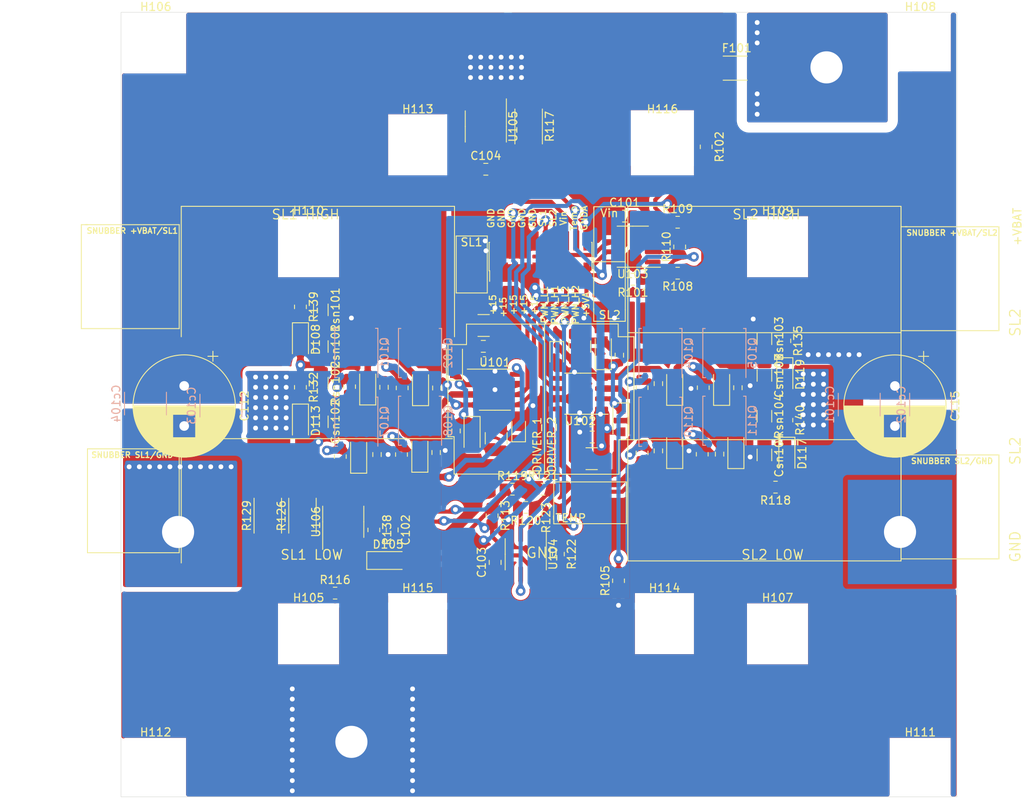
<source format=kicad_pcb>
(kicad_pcb (version 20221018) (generator pcbnew)
  (layers (0 "F.Cu" mixed) (31 "B.Cu" mixed) (34 "B.Paste" user) (35 "F.Paste" user) (36 "B.SilkS" user "B.Silkscreen") (37 "F.SilkS" user "F.Silkscreen") (38 "B.Mask" user) (39 "F.Mask" user) (44 "Edge.Cuts" user))
  (net 0 "")
  (net 1 "/GH1_1")
  (net 2 "/GL1_1")
  (net 3 "/GH1_2")
  (net 4 "/GL1_2")
  (net 5 "/GH2_2")
  (net 6 "/SL2")
  (net 7 "/GL2_1")
  (net 8 "/GL2_2")
  (net 9 "GND")
  (net 10 "/GH2_1")
  (net 11 "+15V")
  (net 12 "/Vin_Sense")
  (net 13 "/Vout_Sense")
  (net 14 "/PWM_H1")
  (net 15 "/PWM_L1")
  (net 16 "/PWM_H2")
  (net 17 "/PWM_L2")
  (net 18 "Net-(D103-A)")
  (net 19 "+BATT")
  (net 20 "/Iin_Sense")
  (net 21 "/Iout_Sense")
  (net 22 "Net-(D111-A)")
  (net 23 "GNDA")
  (net 24 "+5VA")
  (net 25 "Net-(D102-K)")
  (net 26 "Net-(D105-K)")
  (net 27 "Net-(D108-A1)")
  (net 28 "Net-(D110-K)")
  (net 29 "Net-(D113-A1)")
  (net 30 "Net-(Csn101-Pad1)")
  (net 31 "Net-(D117-A1)")
  (net 32 "Net-(D119-A1)")
  (net 33 "/Vbat+_Unf")
  (net 34 "Net-(R101-Pad1)")
  (net 35 "Net-(R101-Pad2)")
  (net 36 "Net-(U103-+)")
  (net 37 "Net-(U101-HO)")
  (net 38 "Net-(U103--)")
  (net 39 "Net-(U101-LO)")
  (net 40 "Net-(U102-HO)")
  (net 41 "Net-(U102-LO)")
  (net 42 "Net-(U104-+)")
  (net 43 "Net-(U104--)")
  (net 44 "Net-(R122-Pad1)")
  (net 45 "Net-(R122-Pad2)")
  (net 46 "Net-(Csn102-Pad1)")
  (net 49 "Net-(Csn103-Pad1)")
  (net 50 "Net-(Csn104-Pad1)")
  (net 51 "/Vbat+_Fus")
  (net 52 "/SL1")
  (net 53 "/Vout+")
  (footprint "Capacitor_SMD:C_1210_3225Metric_Pad1.33x2.70mm_HandSolder" (layer "F.Cu") (at 155.1555 93.642 180)
    (fp_text reference "C107" hide)
    (fp_text value "10u")
  )
  (footprint "Capacitor_SMD:C_0805_2012Metric_Pad1.18x1.45mm_HandSolder" (layer "F.Cu") (at 155.118 96.242)
    (fp_text reference "C108" hide)
    (fp_text value "100n")
  )
  (footprint "Capacitor_SMD:C_1210_3225Metric_Pad1.33x2.70mm_HandSolder" (layer "F.Cu") (at 156.718 107.696 90)
    (fp_text reference "C109" hide)
    (fp_text value "4.7u")
  )
  (footprint "Resistor_SMD:R_0805_2012Metric_Pad1.20x1.40mm_HandSolder" (layer "F.Cu") (at 138.454 101.266 -90)
    (fp_text reference "R103" hide)
    (fp_text value "4R7")
  )
  (footprint "Resistor_SMD:R_0805_2012Metric_Pad1.20x1.40mm_HandSolder" (layer "F.Cu") (at 145.01 101.429 -90)
    (fp_text reference "R104" hide)
    (fp_text value "4R7")
  )
  (footprint "Resistor_SMD:R_0805_2012Metric_Pad1.20x1.40mm_HandSolder" (layer "F.Cu") (at 137.302 109.982 -90)
    (fp_text reference "R106" hide)
    (fp_text value "4R7" hide)
  )
  (footprint "Resistor_SMD:R_0805_2012Metric_Pad1.20x1.40mm_HandSolder" (layer "F.Cu") (at 144.922 109.728 -90)
    (fp_text reference "R107" hide)
    (fp_text value "4R7" hide)
  )
  (footprint "Package_SO:SOIC-8-1EP_3.9x4.9mm_P1.27mm_EP2.514x3.2mm" (layer "F.Cu") (at 156.568 101.642)
    (fp_text reference "U101")
    (fp_text value "UCC27211DDAR")
  )
  (footprint "Resistor_SMD:R_0603_1608Metric_Pad0.98x0.95mm_HandSolder" (layer "F.Cu") (at 142.748 101.346 -90)
    (fp_text reference "R124" hide)
    (fp_text value "10k")
  )
  (footprint "Resistor_SMD:R_0603_1608Metric_Pad0.98x0.95mm_HandSolder" (layer "F.Cu") (at 149.328 101.432 -90)
    (fp_text reference "R125" hide)
    (fp_text value "10k")
  )
  (footprint "Resistor_SMD:R_0603_1608Metric_Pad0.98x0.95mm_HandSolder" (layer "F.Cu") (at 141.874 109.728 -90)
    (fp_text reference "R127" hide)
    (fp_text value "10k" hide)
  )
  (footprint "Resistor_SMD:R_0603_1608Metric_Pad0.98x0.95mm_HandSolder" (layer "F.Cu") (at 149.24 109.474 -90)
    (fp_text reference "R128" hide)
    (fp_text value "10k" hide)
  )
  (footprint "Resistor_SMD:R_0603_1608Metric_Pad0.98x0.95mm_HandSolder" (layer "F.Cu") (at 176.926 100.888 -90)
    (fp_text reference "R130" hide)
    (fp_text value "10k")
  )
  (footprint "Resistor_SMD:R_0603_1608Metric_Pad0.98x0.95mm_HandSolder" (layer "F.Cu") (at 186.832 101.399 -90)
    (fp_text reference "R131" hide)
    (fp_text value "10k")
  )
  (footprint "Resistor_SMD:R_0603_1608Metric_Pad0.98x0.95mm_HandSolder" (layer "F.Cu") (at 176.926 109.27 -90)
    (fp_text reference "R133" hide)
    (fp_text value "10k")
  )
  (footprint "Resistor_SMD:R_0603_1608Metric_Pad0.98x0.95mm_HandSolder" (layer "F.Cu") (at 184.546 109.6745 -90)
    (fp_text reference "R134" hide)
    (fp_text value "10k")
  )
  (footprint "Capacitor_SMD:C_0603_1608Metric_Pad1.08x0.95mm_HandSolder" (layer "F.Cu") (at 155.2555 98.042)
    (fp_text reference "C195" hide)
    (fp_text value "1n")
  )
  (footprint "Diode_SMD:D_SOD-123F" (layer "F.Cu") (at 140.716 101.346 90)
    (fp_text reference "D101" hide)
    (fp_text value "B0530W")
  )
  (footprint "Diode_SMD:D_SOD-123F" (layer "F.Cu") (at 151.518 98.242 90)
    (fp_text reference "D102" hide)
    (fp_text value "MBR2H100SFT3G")
  )
  (footprint "Diode_SMD:D_SOD-123F" (layer "F.Cu") (at 153.718 107.188 -90)
    (fp_text reference "D103" hide)
    (fp_text value "B0530W")
  )
  (footprint "Diode_SMD:D_SOD-123F" (layer "F.Cu") (at 147.296 101.432 90)
    (fp_text reference "D104" hide)
    (fp_text value "B0530W")
  )
  (footprint "Diode_SMD:D_SOD-123F" (layer "F.Cu") (at 139.588 109.852 90)
    (fp_text reference "D106" hide)
    (fp_text value "B0530W" hide)
  )
  (footprint "Diode_SMD:D_SOD-123F" (layer "F.Cu") (at 147.208 109.728 90)
    (fp_text reference "D107" hide)
    (fp_text value "B0530W" hide)
  )
  (footprint "Diode_SMD:D_SOD-123F" (layer "F.Cu") (at 178.958 101.396 90)
    (fp_text reference "D109" hide)
    (fp_text value "B0530W")
  )
  (footprint "Diode_SMD:D_SOD-123F" (layer "F.Cu") (at 184.8 101.399 90)
    (fp_text reference "D112" hide)
    (fp_text value "B0530W")
  )
  (footprint "Diode_SMD:D_SOD-123F" (layer "F.Cu") (at 178.958 109.27 90)
    (fp_text reference "D115" hide)
    (fp_text value "B0530W")
  )
  (footprint "Diode_SMD:D_SOD-123F" (layer "F.Cu") (at 186.578 109.2765 90)
    (fp_text reference "D116" hide)
    (fp_text value "B0530W")
  )
  (footprint "Resistor_SMD:R_0603_1608Metric_Pad0.98x0.95mm_HandSolder" (layer "F.Cu") (at 151.718 106.788 -90)
    (fp_text reference "R136" hide)
    (fp_text value "2R")
  )
  (footprint "Diode_SMD:D_SOD-323" (layer "F.Cu") (at 159.518 106.642 90)
    (fp_text reference "D118" hide)
    (fp_text value "MM3Z15V")
  )
  (footprint "Resistor_SMD:R_0805_2012Metric_Pad1.20x1.40mm_HandSolder" (layer "F.Cu") (at 174.894 101.396 -90)
    (fp_text reference "R111" hide)
    (fp_text value "4R7")
  )
  (footprint "Resistor_SMD:R_0805_2012Metric_Pad1.20x1.40mm_HandSolder" (layer "F.Cu") (at 182.514 101.396 -90)
    (fp_text reference "R112" hide)
    (fp_text value "4R7")
  )
  (footprint "Resistor_SMD:R_0805_2012Metric_Pad1.20x1.40mm_HandSolder" (layer "F.Cu") (at 182.387 109.6905 -90)
    (fp_text reference "R115" hide)
    (fp_text value "4R7")
  )
  (footprint "Resistor_SMD:R_0805_2012Metric_Pad1.20x1.40mm_HandSolder" (layer "F.Cu") (at 174.894 109.524 -90)
    (fp_text reference "R114" hide)
    (fp_text value "4R7")
  )
  (footprint "Capacitor_SMD:C_1210_3225Metric_Pad1.33x2.70mm_HandSolder" (layer "F.Cu") (at 167.132 96.266 -90)
    (fp_text reference "C122" hide)
    (fp_text value "4.7u")
  )
  (footprint "Capacitor_SMD:C_0805_2012Metric_Pad1.18x1.45mm_HandSolder" (layer "F.Cu") (at 168.675 107.545 180)
    (fp_text reference "C111" hide)
    (fp_text value "100n")
  )
  (footprint "Package_SO:SOIC-8-1EP_3.9x4.9mm_P1.27mm_EP2.514x3.2mm" (layer "F.Cu") (at 167.2125 102.145 180)
    (fp_text reference "U102")
    (fp_text value "UCC27211DDAR")
  )
  (footprint "Capacitor_SMD:C_0603_1608Metric_Pad1.08x0.95mm_HandSolder" (layer "F.Cu") (at 168.5375 105.745 180)
    (fp_text reference "C196" hide)
    (fp_text value "1n")
  )
  (footprint "Diode_SMD:D_SOD-123F" (layer "F.Cu") (at 170.0625 96.945 90)
    (fp_text reference "D111" hide)
    (fp_text value "B0530W")
  )
  (footprint "Diode_SMD:D_SOD-123F" (layer "F.Cu") (at 172.2625 105.5 -90)
    (fp_text reference "D110" hide)
    (fp_text value "MBR2H100SFT3G")
  )
  (footprint "Diode_SMD:D_SOD-323" (layer "F.Cu") (at 164.2625 97.145 -90)
    (fp_text reference "D114" hide)
    (fp_text value "MM3Z15V")
  )
  (footprint "Resistor_SMD:R_0603_1608Metric_Pad0.98x0.95mm_HandSolder" (layer "F.Cu") (at 172.0625 97.345 90)
    (fp_text reference "R137" hide)
    (fp_text value "2R")
  )
  (footprint "Capacitor_SMD:C_1210_3225Metric_Pad1.33x2.70mm_HandSolder" (layer "F.Cu") (at 168.6125 110.245)
    (fp_text reference "C110" hide)
    (fp_text value "10u")
  )
  (footprint "Connector_PinHeader_1.27mm:PinHeader_2x10_P1.27mm_Vertical_SMD" (layer "F.Cu") (at 162.25 85.05 90)
    (fp_text reference "J105" hide)
    (fp_text value "Conn_02x03_Odd_Even")
  )
  (footprint "Resistor_SMD:R_1206_3216Metric" (layer "F.Cu") (at 134.874 96.266 -90)
    (fp_text reference "Csn101")
    (fp_text value "100n")
  )
  (footprint "Resistor_SMD:R_1206_3216Metric" (layer "F.Cu") (at 134.874 91.694 -90)
    (fp_text reference "Rsn101")
    (fp_text value "10")
  )
  (footprint "Resistor_SMD:R_2512_6332Metric_Pad1.40x3.35mm_HandSolder" (layer "F.Cu") (at 132.588 117.348 90)
    (fp_text reference "R126")
    (fp_text value "1.0mR 1% 5W 50ppm")
  )
  (footprint "MountingHole:MountingHole_3.5mm" (layer "F.Cu") (at 114.315 58.42)
    (fp_text reference "H106")
    (fp_text value "MountingHole")
  )
  (footprint "Capacitor_SMD:C_0805_2012Metric_Pad1.18x1.45mm_HandSolder" (layer "F.Cu") (at 155.4265 74.168)
    (fp_text reference "C104")
    (fp_text value "100n")
  )
  (footprint "Resistor_SMD:R_0805_2012Metric_Pad1.20x1.40mm_HandSolder" (layer "F.Cu") (at 171.958 125.46 90)
    (fp_text reference "R105")
    (fp_text value "?")
  )
  (footprint "Zenite:MountingHole_13mmx13mm_Rectangular" (layer "F.Cu") (at 207.025 119.38)
    (fp_text reference "H103" hide)
    (fp_text value "Vout-")
  )
  (footprint "Diode_SMD:D_SOD-123F" (layer "F.Cu") (at 132.334 105.648 -90)
    (fp_text reference "D113")
    (fp_text value "SMF100A")
  )
  (footprint "Package_SO:SOIC-8_3.9x4.9mm_P1.27mm" (layer "F.Cu") (at 173.736 83.819999 180)
    (fp_text reference "U103")
    (fp_text value "INA823")
  )
  (footprint "Resistor_SMD:R_0805_2012Metric_Pad1.20x1.40mm_HandSolder" (layer "F.Cu") (at 179.324 87.122 180)
    (fp_text reference "R108")
    (fp_text value "?")
  )
  (footprint "Diode_SMD:D_SOD-123F" (layer "F.Cu") (at 192.674 99.872 -90)
    (fp_text reference "D119")
    (fp_text value "SMF100A")
  )
  (footprint "Resistor_SMD:R_0805_2012Metric_Pad1.20x1.40mm_HandSolder" (layer "F.Cu") (at 132.334 91.321 -90)
    (fp_text reference "R139")
    (fp_text value "0R")
  )
  (footprint "Resistor_SMD:R_2512_6332Metric_Pad1.40x3.35mm_HandSolder" (layer "F.Cu") (at 160.7605 68.836 -90)
    (fp_text reference "R117")
    (fp_text value "1.0mR 1% 5W 50ppm")
  )
  (footprint "Package_SO:SOIC-8_3.9x4.9mm_P1.27mm" (layer "F.Cu") (at 160.401 122.158 -90)
    (fp_text reference "U104")
    (fp_text value "INA823")
  )
  (footprint "Resistor_SMD:R_0805_2012Metric_Pad1.20x1.40mm_HandSolder" (layer "F.Cu") (at 182.88 71.374 -90)
    (fp_text reference "R102")
    (fp_text value "?")
  )
  (footprint "MountingHole:MountingHole_3.5mm" (layer "F.Cu") (at 114.3 148.844)
    (fp_text reference "H112")
    (fp_text value "MountingHole")
  )
  (footprint "Resistor_SMD:R_0805_2012Metric_Pad1.20x1.40mm_HandSolder" (layer "F.Cu") (at 156.21 117.348 -90)
    (fp_text reference "R113")
    (fp_text value "?")
  )
  (footprint "Package_SO:SOIC-8_3.9x4.9mm_P1.27mm" (layer "F.Cu") (at 137.668 118.11 90)
    (fp_text reference "U106")
    (fp_text value "INA283")
  )
  (footprint "Zenite:MountingHole_13mmx13mm_Rectangular" (layer "F.Cu") (at 138.684 145.542)
    (fp_text reference "H102" hide)
    (fp_text value "Vin-")
  )
  (footprint "Resistor_SMD:R_0805_2012Metric_Pad1.20x1.40mm_HandSolder" (layer "F.Cu") (at 191.516 113.792 180)
    (fp_text reference "R118")
    (fp_text value "?")
  )
  (footprint "MountingHole:MountingHole_3.5mm" (layer "F.Cu") (at 209.565 58.42)
    (fp_text reference "H108")
    (fp_text value "MountingHole")
  )
  (footprint "Resistor_SMD:R_0805_2012Metric_Pad1.20x1.40mm_HandSolder" (layer "F.Cu") (at 192.674 95.554 -90)
    (fp_text reference "R135")
    (fp_text value "0R")
  )
  (footprint "Resistor_SMD:R_0805_2012Metric_Pad1.20x1.40mm_HandSolder" (layer "F.Cu") (at 179.324 80.772)
    (fp_text reference "R109")
    (fp_text value "?")
  )
  (footprint "Resistor_SMD:R_1206_3216Metric" (layer "F.Cu") (at 190.134 95.3 -90)
    (fp_text reference "Rsn103")
    (fp_text value "10")
  )
  (footprint "Capacitor_THT:CP_Radial_D12.5mm_P5.00mm" (layer "F.Cu") (at 206.39 101.181041 -90)
    (fp_text reference "C115")
    (fp_text value "80V 4700uF ")
  )
  (footprint "MountingHole:MountingHole_3.5mm" (layer "F.Cu") (at 133.35 132.08)
    (fp_text reference "H105")
    (fp_text value "MountingHole")
  )
  (footprint "MountingHole:MountingHole_3.5mm" (layer "F.Cu") (at 177.688 130.86)
    (fp_text reference "H114")
    (fp_text value "MountingHole")
  )
  (footprint "Resistor_SMD:R_1206_3216Metric" (layer "F.Cu") (at 190.134 104.952 -90)
    (fp_text reference "Rsn104")
    (fp_text value "10")
  )
  (footprint "Resistor_SMD:R_0805_2012Metric_Pad1.20x1.40mm_HandSolder" (layer "F.Cu") (at 158.75 114.046)
    (fp_text reference "R119")
    (fp_text value "?")
  )
  (footprint "Resistor_SMD:R_0805_2012Metric_Pad1.20x1.40mm_HandSolder" (layer "F.Cu") (at 160.417 116.316 180)
    (fp_text reference "R120")
    (fp_text value "?")
  )
  (footprint "Resistor_SMD:R_1206_3216Metric" (layer "F.Cu") (at 190.134 109.778 -90)
    (fp_text reference "Csn104")
    (fp_text value "100n")
  )
  (footprint "Resistor_SMD:R_0805_2012Metric_Pad1.20x1.40mm_HandSolder" (layer "F.Cu") (at 132.334 101.346 -90)
    (fp_text reference "R132")
    (fp_text value "0R")
  )
  (footprint "Resistor_SMD:R_1206_3216Metric" (layer "F.Cu") (at 190.134 99.872 -90)
    (fp_text reference "Csn103")
    (fp_text value "100n")
  )
  (footprint "Resistor_SMD:R_1206_3216Metric" (layer "F.Cu") (at 134.874 105.648 -90)
    (fp_text reference "Csn102")
    (fp_text value "100n")
  )
  (footprint "Diode_SMD:D_SOD-123F" (layer "F.Cu") (at 132.334 95.515 -90)
    (fp_text reference "D108")
    (fp_text value "SMF100A")
  )
  (footprint "Diode_SMD:D_MiniMELF" (layer "F.Cu") (at 143.256 122.936)
    (fp_text reference "D105")
    (fp_text value "3v6")
  )
  (footprint "Zenite:S6125-F" (layer "F.Cu") (at 186.69 61.468)
    (fp_text reference "F101")
    (fp_text value "65V 20A 3mOhms Fuse")
  )
  (footprint "Capacitor_SMD:C_0805_2012Metric_Pad1.18x1.45mm_HandSolder" (layer "F.Cu") (at 156.591 123.174 90)
    (fp_text reference "C103")
    (fp_text value "100n")
  )
  (footprint "Resistor_SMD:R_0805_2012Metric_Pad1.20x1.40mm_HandSolder" (layer "F.Cu") (at 173.752 87.884 180)
    (fp_text reference "R101")
    (fp_text value "?")
  )
  (footprint "Resistor_SMD:R_0805_2012Metric_Pad1.20x1.40mm_HandSolder" (layer "F.Cu") (at 192.928 105.444 -90)
    (fp_text reference "R140")
    (fp_text value "0R")
  )
  (footprint "Resistor_SMD:R_0805_2012Metric_Pad1.20x1.40mm_HandSolder" (layer "F.Cu") (at 162.56 114.046)
    (fp_text reference "R121")
    (fp_text value "?")
  )
  (footprint "Resistor_SMD:R_0805_2012Metric_Pad1.20x1.40mm_HandSolder" (layer "F.Cu") (at 164.465 122.142 -90)
    (fp_text reference "R122")
    (fp_text value "?")
  )
  (footprint "Resistor_SMD:R_0805_2012Metric_Pad1.20x1.40mm_HandSolder" (layer "F.Cu") (at 136.652 127)
    (fp_text reference "R116")
    (fp_text value "?")
  )
  (footprint "Capacitor_SMD:C_0805_2012Metric_Pad1.18x1.45mm_HandSolder" (layer "F.Cu") (at 143.764 119.126 -90)
    (fp_text reference "C102")
    (fp_text value "100n")
  )
  (footprint "Capacitor_THT:CP_Radial_D12.5mm_P5.00mm" (layer "F.Cu") (at 117.856 101.172 -90)
    (fp_text reference "C112")
    (fp_text value "80V 4700uF ")
  )
  (footprint "Capacitor_SMD:C_0805_2012Metric_Pad1.18x1.45mm_HandSolder" (layer "F.Cu") (at 172.72 80.01)
    (fp_text reference "C101")
    (fp_text value "100n")
  )
  (footprint "Resistor_SMD:R_0805_2012Metric_Pad1.20x1.40mm_HandSolder" (layer "F.Cu") (at 179.578 83.836 90)
    (fp_text reference "R110")
    (fp_text value "?")
  )
  (footprint "Diode_SMD:D_SOD-123F" (layer "F.Cu") (at 192.928 109.778 -90)
    (fp_text reference "D117")
    (fp_text value "SMF100A")
  )
  (footprint "MountingHole:MountingHole_3.5mm" (layer "F.Cu") (at 133.35 83.82)
    (fp_text reference "H110")
    (fp_text value "MountingHole")
  )
  (footprint "MountingHole:MountingHole_3.5mm" (layer "F.Cu") (at 146.954 71.17)
    (fp_text reference "H113")
    (fp_text value "MountingHole")
  )
  (footprint "MountingHole:MountingHole_3.5mm" (layer "F.Cu") (at 191.77 132.08)
    (fp_text reference "H107")
    (fp_text value "MountingHole")
  )
  (footprint "Resistor_SMD:R_1206_3216Metric" (layer "F.Cu") (at 134.874 100.838 -90)
    (fp_text reference "Rsn102")
    (fp_text value "10")
  )
  (footprint "MountingHole:MountingHole_3.5mm" (layer "F.Cu") (at 146.954 130.86)
    (fp_text reference "H115")
    (fp_text value "MountingHole")
  )
  (footprint "Resistor_SMD:R_0805_2012Metric_Pad1.20x1.40mm_HandSolder" (layer "F.Cu") (at 164.592 117.602 90)
    (fp_text reference "R123")
    (fp_text value "?")
  )
  (footprint "MountingHole:MountingHole_3.5mm" (layer "F.Cu") (at 177.434 71.17)
    (fp_text reference "H116")
    (fp_text value "MountingHole" hide)
  )
  (footprint "Zenite:MountingHole_13mmx13mm_Rectangular" (layer "F.Cu") (at 117.094 119.38)
    (fp_text reference "H104" hide)
    (fp_text value "Vout+")
  )
  (footprint "Package_SO:SOIC-8_3.9x4.9mm_P1.27mm" (layer "F.Cu") (at 155.4265 68.836 -90)
    (fp_text reference "U105")
    (fp_text value "INA283")
  )
  (footprint "Resistor_SMD:R_2512_6332Metric_Pad1.40x3.35mm_HandSolder" (layer "F.Cu") (at 128.27 117.348 90)
    (fp_text reference "R129")
    (fp_text value "1.0mR 1% 5W 50ppm")
  )
  (footprint "Resistor_SMD:R_0805_2012Metric_Pad1.20x1.40mm_HandSolder" (layer "F.Cu") (at 141.478 119.126 -90)
    (fp_text reference "R138")
    (fp_text value "1k")
  )
  (footprint "MountingHole:MountingHole_3.5mm" (layer "F.Cu") (at 209.55 148.844)
    (fp_text reference "H111")
    (fp_text value "MountingHole")
  )
  (footprint "MountingHole:MountingHole_3.5mm" (layer "F.Cu") (at 191.77 83.82)
    (fp_text reference "H109")
    (fp_text value "MountingHole")
  )
  (footprint "Zenite:MountingHole_13mmx13mm_Rectangular" (layer "F.Cu") (at 197.866 61.468)
    (fp_text reference "H101" hide)
    (fp_text value "Vin+")
  )
  (footprint "Zenite:TDSON-8-3" (layer "B.Cu") (at 139.294 97.0566 90)
    (fp_text reference "Q101")
    (fp_text value "BSC093N15NS5")
  )
  (footprint "Zenite:TDSON-8-3" (layer "B.Cu") (at 147.232 97.075 90)
    (fp_text reference "Q102")
    (fp_text value "BSC093N15NS5")
  )
  (footprint "Zenite:TDSON-8-3" (layer "B.Cu") (at 147.232 105.514 90)
    (fp_text reference "Q108")
    (fp_text value "BSC093N15NS5")
  )
  (footprint "Zenite:TDSON-8-3" (layer "B.Cu") (at 139.294 105.6286 90)
    (fp_text reference "Q107")
    (fp_text value "BSC093N15NS5")
  )
  (footprint "Zenite:TDSON-8-3" (layer "B.Cu") (at 185.142 105.514 90)
    (fp_text reference "Q111")
    (fp_text value "BSC093N15NS5")
  )
  (footprint "Zenite:TDSON-8-3" (layer "B.Cu") (at 177.1818 105.641 90)
    (fp_text reference "Q110")
    (fp_text value "BSC093N15NS5")
  )
  (footprint "Zenite:TDSON-8-3" (layer "B.Cu") (at 177.1818 97.0794 90)
    (fp_text reference "Q104")
    (fp_text value "BSC093N15NS5")
  )
  (footprint "Zenite:TDSON-8-3" (layer "B.Cu") (at 185.142 97.0794 90)
    (fp_text reference "Q105")
    (fp_text value "BSC093N15NS5")
  )
  (footprint "Capacitor_SMD:C_2220_5650Metric" (layer "B.Cu") (at 201.945 103.505 -90)
    (fp_text reference "Cc101")
    (fp_text value "250V 1uF X7R ±10% 20mR 2220")
  )
  (footprint "Capacitor_SMD:C_2220_5650Metric" (layer "B.Cu") (at 210.835 103.505 -90)
    (fp_text reference "Cc102")
    (fp_text value "250V 1uF X7R ±10% 20mR 2220")
  )
  (footprint "Capacitor_SMD:C_2220_5650Metric" (layer "B.Cu") (at 113.03 103.378 -90)
    (fp_text reference "Cc104")
    (fp_text value "250V 1uF X7R ±10% 20mR 2220")
  )
  (footprint "Capacitor_SMD:C_2220_5650Metric" (layer "B.Cu") (at 122.428 103.632 -90)
    (fp_text reference "Cc103")
    (fp_text value "250V 1uF X7R ±10% 20mR 2220")
  )
  (gr_line (start 105.806 121.97) (end 117.236 121.97) (stroke (width 0.12)) (layer "F.SilkS"))
  (gr_line (start 207.152 109.778) (end 207.914 109.778) (stroke (width 0.12)) (layer "F.SilkS"))
  (gr_line (start 207.66 109.778) (end 219.344 109.778) (stroke (width 0.12)) (layer "F.SilkS"))
  (gr_line (start 219.344 122.732) (end 207.152 122.732) (stroke (width 0.12)) (layer "F.SilkS"))
  (gr_line (start 207.152 122.732) (end 207.152 109.778) (stroke (width 0.12)) (layer "F.SilkS"))
  (gr_line (start 219.344 109.778) (end 219.344 122.732) (stroke (width 0.12)) (layer "F.SilkS"))
  (gr_line (start 173.116 122.986) (end 173.116 80.314) (stroke (width 0.12)) (layer "F.SilkS"))
  (gr_line (start 173.116 80.314) (end 173.116 78.79) (stroke (width 0.12)) (layer "F.SilkS"))
  (gr_line (start 207.152 80.314) (end 207.152 78.79) (stroke (width 0.12)) (layer "F.SilkS"))
  (gr_line (start 151.74 89.59) (end 151.74 82.49) (stroke (width 0.12)) (layer "F.SilkS"))
  (gr_line (start 207.66 81.33) (end 219.344 81.33) (stroke (width 0.12)) (layer "F.SilkS"))
  (gr_line (start 172.8 91.69) (end 172.8 93.12) (stroke (width 0.12)) (layer "F.SilkS"))
  (gr_line (start 117.236 121.97) (end 117.236 109.016) (stroke (width 0.12)) (layer "F.SilkS"))
  (gr_line (start 172.8 78.84) (end 168.88 78.84) (stroke (width 0.12)) (layer "F.SilkS"))
  (gr_line (start 105.044 81.076) (end 105.806 81.076) (stroke (width 0.12)) (layer "F.SilkS"))
  (gr_line (start 151.48 107.5) (end 151.48 112.16) (stroke (width 0.12)) (layer "F.SilkS"))
  (gr_line (start 172.8 91.68) (end 172.8 78.84) (stroke (width 0.12)) (layer "F.SilkS"))
  (gr_line (start 219.344 94.284) (end 207.152 94.284) (stroke (width 0.12)) (layer "F.SilkS"))
  (gr_line (start 207.152 122.986) (end 173.116 122.986) (stroke (width 0.12)) (layer "F.SilkS"))
  (gr_line (start 168.87 93.12) (end 168.87 91.54) (stroke (width 0.12)) (layer "F.SilkS"))
  (gr_line (start 168.88 78.84) (end 168.88 79.12) (stroke (width 0.12)) (layer "F.SilkS"))
  (gr_line (start 117.49 107.746) (end 117.49 123.24) (stroke (width 0.12)) (layer "F.SilkS"))
  (gr_line (start 162.75 93.47) (end 153.02 93.47) (stroke (width 0.12)) (layer "F.SilkS"))
  (gr_line (start 162.74 112.18) (end 172.03 112.18) (stroke (width 0.12)) (layer "F.SilkS"))
  (gr_line (start 172.95 117.44) (end 172.95 118.37) (stroke (width 0.12)) (layer "F.SilkS"))
  (gr_line (start 168.85 85.69) (end 172.79 85.69) (stroke (width 0.12)) (layer "F.SilkS"))
  (gr_line (start 207.152 81.33) (end 207.914 81.33) (stroke (width 0.12)) (layer "F.SilkS"))
  (gr_line (start 167.69 118.35) (end 172.91 118.35) (stroke (width 0.12)) (layer "F.SilkS"))
  (gr_line (start 219.344 81.33) (end 219.344 94.284) (stroke (width 0.12)) (layer "F.SilkS"))
  (gr_line (start 173.88 107.87) (end 207.152 107.87) (stroke (width 0.12)) (layer "F.SilkS"))
  (gr_line (start 117.236 81.076) (end 117.236 94.03) (stroke (width 0.12)) (layer "F.SilkS"))
  (gr_line (start 173.88 107.87) (end 173.88 95.04) (stroke (width 0.12)) (layer "F.SilkS"))
  (gr_line (start 117.49 78.79) (end 117.49 95.046) (stroke (width 0.12)) (layer "F.SilkS"))
  (gr_line (start 172.95 117.45) (end 172.95 113.14) (stroke (width 0.12)) (layer "F.SilkS"))
  (gr_line (start 105.044 94.03) (end 105.044 81.076) (stroke (width 0.12)) (layer "F.SilkS"))
  (gr_line (start 171.92 93.45) (end 162.74 93.45) (stroke (width 0.12)) (layer "F.SilkS"))
  (gr_line (start 151.526 78.79) (end 117.49 78.79) (stroke (width 0.12)) (layer "F.SilkS"))
  (gr_line (start 173.116 94.538) (end 207.152 94.538) (stroke (width 0.12)) (layer "F.SilkS"))
  (gr_line (start 151.272 107.746) (end 117.49 107.746) (stroke (width 0.12)) (layer "F.SilkS"))
  (gr_line (start 105.552 81.076) (end 117.236 81.076) (stroke (width 0.12)) (layer "F.SilkS"))
  (gr_line (start 117.236 94.03) (end 105.044 94.03) (stroke (width 0.12)) (layer "F.SilkS"))
  (gr_line (start 151.526 95.046) (end 151.526 78.79) (stroke (width 0.12)) (layer "F.SilkS"))
  (gr_line (start 150.71 107.5) (end 151.48 107.5) (stroke (width 0.12)) (layer "F.SilkS"))
  (gr_line (start 207.152 94.284) (end 207.152 81.33) (stroke (width 0.12)) (layer "F.SilkS"))
  (gr_line (start 163.89 113.14) (end 163.89 118.36) (stroke (width 0.12)) (layer "F.SilkS"))
  (gr_line (start 151.74 82.49) (end 155.61 82.49) (stroke (width 0.12)) (layer "F.SilkS"))
  (gr_line (start 172.8 93.12) (end 168.87 93.12) (stroke (width 0.12)) (layer "F.SilkS"))
  (gr_line (start 163.89 118.36) (end 167.71 118.36) (stroke (width 0.12)) (layer "F.SilkS"))
  (gr_line (start 172.01 107.87) (end 173.88 107.87) (stroke (width 0.12)) (layer "F.SilkS"))
  (gr_line (start 172.95 113.14) (end 163.89 113.14) (stroke (width 0.12)) (layer "F.SilkS"))
  (gr_line (start 150.71 96.02) (end 150.71 107.5) (stroke (width 0.12)) (layer "F.SilkS"))
  (gr_line (start 173.116 78.79) (end 207.152 78.79) (stroke (width 0.12)) (layer "F.SilkS"))
  (gr_line (start 171.92 95.04) (end 171.92 93.45) (stroke (width 0.12)) (layer "F.SilkS"))
  (gr_line (start 207.152 80.314) (end 207.152 122.986) (stroke (width 0.12)) (layer "F.SilkS"))
  (gr_line (start 117.236 109.016) (end 105.806 109.016) (stroke (width 0.12)) (layer "F.SilkS"))
  (gr_line (start 153.02 93.47) (end 153.02 96.02) (stroke (width 0.12)) (layer "F.SilkS"))
  (gr_line (start 173.88 95.04) (end 171.92 95.04) (stroke (width 0.12)) (layer "F.SilkS"))
  (gr_line (start 162.74 93.45) (end 162.74 112.18) (stroke (width 0.12)) (layer "F.SilkS"))
  (gr_line (start 172.01 112.15) (end 172.01 107.87) (stroke (width 0.12)) (layer "F.SilkS"))
  (gr_line (start 105.806 109.016) (end 105.806 121.97) (stroke (width 0.12)) (layer "F.SilkS"))
  (gr_line (start 153.02 96.02) (end 150.71 96.02) (stroke (width 0.12)) (layer "F.SilkS"))
  (gr_line (start 155.61 89.59) (end 151.75 89.59) (stroke (width 0.12)) (layer "F.SilkS"))
  (gr_line (start 155.61 82.49) (end 155.61 89.59) (stroke (width 0.12)) (layer "F.SilkS"))
  (gr_line (start 168.88 78.93) (end 168.86 91.68) (stroke (width 0.12)) (layer "F.SilkS"))
  (gr_line (start 151.48 112.16) (end 163 112.16) (stroke (width 0.12)) (layer "F.SilkS"))
  (gr_rect (start 109.982 54.61) (end 214.122 152.4) (stroke (width 0.05)) (fill none) (layer "Edge.Cuts"))
  (gr_text "DRIVER_2\n" (at 163.65 108.48 90) (layer "F.SilkS") (effects (font (size 1 1))))
  (gr_text "SNUBBER +VBAT/SL1" (at 111.394 81.838) (layer "F.SilkS") (effects (font (size 0.7 0.7))))
  (gr_text "SNUBBER SL2/GND" (at 213.502 110.54) (layer "F.SilkS") (effects (font (size 0.7 0.7))))
  (gr_text "SL2 LOW" (at 191.15 122.224) (layer "F.SilkS") (effects (font (size 1.2 1.2))))
  (gr_text "SL1 LOW" (at 133.746 122.224) (layer "F.SilkS") (effects (font (size 1.2 1.2))))
  (gr_text "SL1 HIGH" (at 132.984 79.806) (layer "F.SilkS") (effects (font (size 1.2 1.2))))
  (gr_text "SL2" (at 221.376 93.268 90) (layer "F.SilkS") (effects (font (size 1.3 1.3))))
  (gr_text "+VBAT" (at 221.63 81.33 90) (layer "F.SilkS") (effects (font (size 1 1))))
  (gr_text "SNUBBER SL1/GND" (at 111.394 109.778) (layer "F.SilkS") (effects (font (size 0.7 0.7))))
  (gr_text "SL2" (at 221.376 109.27 90) (layer "F.SilkS") (effects (font (size 1.3 1.3))))
  (gr_text "SL2 HIGH" (at 190.388 79.806) (layer "F.SilkS") (effects (font (size 1.2 1.2))))
  (gr_text "GND\nGND\nGND\nGND\nGND\nSL1\nSL2\nVin\nTemp\nGNDA" (at 161.87 80.27 90) (layer "F.SilkS") (effects (font (size 0.8 0.8))))
  (gr_text "GND" (at 221.376 121.208 90) (layer "F.SilkS") (effects (font (size 1.3 1.3))))
  (gr_text "TEMP" (at 166.004 117.652) (layer "F.SilkS") (effects (font (size 1 1))))
  (gr_text "SNUBBER +VBAT/SL2\n" (at 213.502 82.092) (layer "F.SilkS") (effects (font (size 0.7 0.7))))
  (gr_text "Vin" (at 170.81 79.63) (layer "F.SilkS") (effects (font (size 1 1))))
  (gr_text "+15\n+15 \n+15\n+15\n+15\nPWM_L1\nPWM_H1\nPWM_L2\nPWM_H2\n+5VA\n" (at 162.1 91.05 90) (layer "F.SilkS") (effects (font (size 0.8 0.8))))
  (gr_text "SL2" (at 170.86 92.33) (layer "F.SilkS") (effects (font (size 1 1))))
  (gr_text "SL1" (at 153.65 83.26) (layer "F.SilkS") (effects (font (size 1 1))))
  (gr_text "GND" (at 162.448 121.97) (layer "F.SilkS") (effects (font (size 1.3 1.3))))
  (gr_text "DRIVER_1\n" (at 161.83 108.53 90) (layer "F.SilkS") (effects (font (size 1 1))))
  (segment (start 138.454 100.266) (end 138.604292 100.266) (width 0.8) (layer "F.Cu") (net 1))
  (segment (start 137.986 100.266) (end 136.906 101.346) (width 0.8) (layer "F.Cu") (net 1))
  (segment (start 140.596792 102.2585) (end 142.748 102.2585) (width 0.8) (layer "F.Cu") (net 1))
  (segment (start 139.819146 101.480854) (end 140.596792 102.2585) (width 0.8) (layer "F.Cu") (net 1))
  (segment (start 140.716 102.746) (end 141.094 102.746) (width 0.8) (layer "F.Cu") (net 1))
  (segment (start 138.454 100.266) (end 137.986 100.266) (width 0.8) (layer "F.Cu") (net 1))
  (segment (start 140.716 102.377708) (end 140.716 102.746) (width 0.8) (layer "F.Cu") (net 1))
  (segment (start 138.604292 100.266) (end 140.716 102.377708) (width 0.8) (layer "F.Cu") (net 1))
  (via (at 136.906 101.346) (size 1.2) (drill 0.6) (layers "F.Cu" "B.Cu") (net 1))
  (segment (start 136.906 100.4396) (end 137.389 99.9566) (width 0.8) (layer "B.Cu") (net 1))
  (segment (start 136.906 101.346) (end 136.906 100.4396) (width 0.8) (layer "B.Cu") (net 1))
  (segment (start 141.2625 111.252) (end 141.874 110.6405) (width 0.8) (layer "F.Cu") (net 2))
  (segment (start 137.064 109.22) (end 137.302 108.982) (width 0.8) (layer "F.Cu") (net 2))
  (segment (start 139.588 111.117708) (end 139.588 111.252) (width 0.8) (layer "F.Cu") (net 2))
  (segment (start 139.588 111.252) (end 141.2625 111.252) (width 0.8) (layer "F.Cu") (net 2))
  (segment (start 137.302 108.982) (end 137.452292 108.982) (width 0.8) (layer "F.Cu") (net 2))
  (segment (start 135.636 109.22) (end 137.064 109.22) (width 0.8) (layer "F.Cu") (net 2))
  (segment (start 137.452292 108.982) (end 139.588 111.117708) (width 0.8) (layer "F.Cu") (net 2))
  (via (at 135.636 109.22) (size 1.2) (drill 0.6) (layers "F.Cu" "B.Cu") (net 2))
  (segment (start 135.636 109.22) (end 136.6976 109.22) (width 0.8) (layer "B.Cu") (net 2))
  (segment (start 136.6976 109.22) (end 137.389 108.5286) (width 0.8) (layer "B.Cu") (net 2))
  (segment (start 149.328 102.3445) (end 149.0535 102.07) (width 0.8) (layer "F.Cu") (net 3))
  (segment (start 147.028 102.07) (end 145.387 100.429) (width 0.8) (layer "F.Cu") (net 3))
  (segment (start 147.028 102.564) (end 147.296 102.832) (width 0.8) (layer "F.Cu") (net 3))
  (segment (start 143.002 98.806) (end 143.387 98.806) (width 0.8) (layer "F.Cu") (net 3))
  (segment (start 147.028 102.832) (end 147.028 102.07) (width 0.8) (layer "F.Cu") (net 3))
  (segment (start 149.0535 102.07) (end 147.028 102.07) (width 0.8) (layer "F.Cu") (net 3))
  (segment (start 143.387 98.806) (end 145.01 100.429) (width 0.8) (layer "F.Cu") (net 3))
  (segment (start 147.296 102.832) (end 147.028 102.832) (width 0.8) (layer "F.Cu") (net 3))
  (segment (start 145.387 100.429) (end 145.01 100.429) (width 0.8) (layer "F.Cu") (net 3))
  (segment (start 147.028 102.07) (end 147.028 102.564) (width 0.8) (layer "F.Cu") (net 3))
  (via (at 143.002 98.806) (size 1.2) (drill 0.6) (layers "F.Cu" "B.Cu") (net 3))
  (segment (start 143.002 98.806) (end 144.101 98.806) (width 0.8) (layer "B.Cu") (net 3))
  (segment (start 144.101 98.806) (end 145.264 99.969) (width 0.8) (layer "B.Cu") (net 3))
  (segment (start 144.922 108.728) (end 144.922 108.6343) (width 0.8) (layer "F.Cu") (net 4))
  (segment (start 144.922 108.6343) (end 143.764 107.4763) (width 0.8) (layer "F.Cu") (net 4))
  (segment (start 147.208 110.744) (end 147.208 111.128) (width 0.8) (layer "F.Cu") (net 4))
  (segment (start 148.8355 110.3865) (end 148.094 111.128) (width 0.8) (layer "F.Cu") (net 4))
  (segment (start 149.24 110.3865) (end 148.8355 110.3865) (width 0.8) (layer "F.Cu") (net 4))
  (segment (start 145.446 108.982) (end 147.208 110.744) (width 0.8) (layer "F.Cu") (net 4))
  (segment (start 148.094 111.128) (end 147.208 111.128) (width 0.8) (layer "F.Cu") (net 4))
  (via (at 143.764 107.4763) (size 1.2) (drill 0.6) (layers "F.Cu" "B.Cu") (net 4))
  (segment (start 143.764 107.4763) (end 144.3323 107.4763) (width 0.8) (layer "B.Cu") (net 4))
  (segment (start 144.3323 107.4763) (end 145.264 108.408) (width 0.8) (layer "B.Cu") (net 4))
  (segment (start 186.3445 102.799) (end 186.832 102.3115) (width 0.8) (layer "F.Cu") (net 5))
  (segment (start 182.514 100.396) (end 182.514 100.050869) (width 0.8) (layer "F.Cu") (net 5))
  (segment (start 182.514 100.050869) (end 181.237838 98.774707) (width 0.8) (layer "F.Cu") (net 5))
  (segment (start 184.8 102.412) (end 184.8 102.799) (width 0.8) (layer "F.Cu") (net 5))
  (segment (start 184.8 102.799) (end 186.3445 102.799) (width 0.8) (layer "F.Cu") (net 5))
  (segment (start 182.514 100.396) (end 182.784 100.396) (width 0.8) (layer "F.Cu") (net 5))
  (segment (start 182.784 100.396) (end 184.8 102.412) (width 0.8) (layer "F.Cu") (net 5))
  (via (at 181.237838 98.774707) (size 1.2) (drill 0.6) (layers "F.Cu" "B.Cu") (net 5))
  (segment (start 181.237838 98.774707) (end 182.032307 98.774707) (width 0.8) (layer "B.Cu") (net 5))
  (segment (start 182.032307 98.774707) (end 183.237 99.9794) (width 0.8) (layer "B.Cu") (net 5))
  (segment (start 169.85 100.24) (end 169.395 100.24) (width 0.8) (layer "F.Cu") (net 6))
  (segment (start 169.395 100.24) (end 167.0625 97.9075) (width 0.8) (layer "F.Cu") (net 6))
  (segment (start 172.133965 100.006148) (end 170.083852 100.006148) (width 0.8) (layer "F.Cu") (net 6))
  (segment (start 180.985395 101.502318) (end 180.718318 101.502318) (width 0.8) (layer "F.Cu") (net 6))
  (segment (start 179.212 99.996) (end 177.2005 99.996) (width 0.8) (layer "F.Cu") (net 6))
  (segment (start 191.0885 104.444) (end 190.134 103.4895) (width 0.8) (layer "F.Cu") (net 6))
  (segment (start 184.5255 100.5195) (end 184.038 100.032) (width 0.8) (layer "F.Cu") (net 6))
  (segment (start 180.697372 97.469907) (end 179.212 98.955279) (width 0.8) (layer "F.Cu") (net 6))
  (segment (start 166.075 97.9075) (end 164.2625 96.095) (width 0.8) (layer "F.Cu") (net 6))
  (segment (start 192.928 104.444) (end 191.0885 104.444) (width 0.8) (layer "F.Cu") (net 6))
  (segment (start 186.07 100.5195) (end 184.5255 100.5195) (width 0.8) (layer "F.Cu") (net 6))
  (segment (start 181.244 97.469907) (end 180.697372 97.469907) (width 0.8) (layer "F.Cu") (net 6))
  (segment (start 184.038 99.729603) (end 181.778304 97.469907) (width 0.8) (layer "F.Cu") (net 6))
  (segment (start 179.212 99.996) (end 177.8468 99.996) (width 0.8) (layer "F.Cu") (net 6))
  (segment (start 177.8468 99.996) (end 176.926 99.0752) (width 0.8) (layer "F.Cu") (net 6))
  (segment (start 173.064913 99.0752) (end 172.133965 100.006148) (width 0.8) (layer "F.Cu") (net 6))
  (segment (start 177.2005 99.996) (end 177.18 99.9755) (width 0.8) (layer "F.Cu") (net 6))
  (segment (start 189.9415 101.142) (end 190.134 101.3345) (width 0.8) (layer "F.Cu") (net 6))
  (segment (start 190.134 103.4895) (end 190.134 101.3345) (width 0.8) (layer "F.Cu") (net 6))
  (segment (start 184.038 100.032) (end 184.038 99.729603) (width 0.8) (layer "F.Cu") (net 6))
  (segment (start 188.356 101.142) (end 189.9415 101.142) (width 0.8) (layer "F.Cu") (net 6))
  (segment (start 192.516 113.792) (end 195.072 113.792) (width 0.508) (layer "F.Cu") (net 6))
  (segment (start 192.674 101.272) (end 190.1965 101.272) (width 0.8) (layer "F.Cu") (net 6))
  (segment (start 179.212 98.955279) (end 179.212 99.996) (width 0.8) (layer "F.Cu") (net 6))
  (segment (start 177.18 99.9755) (end 177.18 99.3292) (width 0.8) (layer "F.Cu") (net 6))
  (segment (start 190.1965 101.272) (end 190.134 101.3345) (width 0.8) (layer "F.Cu") (net 6))
  (segment (start 181.778304 97.469907) (end 181.244 97.469907) (width 0.8) (layer "F.Cu") (net 6))
  (segment (start 177.18 99.3292) (end 176.926 99.0752) (width 0.8) (layer "F.Cu") (net 6))
  (segment (start 167.0625 97.9075) (end 166.075 97.9075) (width 0.8) (layer "F.Cu") (net 6))
  (segment (start 170.083852 100.006148) (end 169.85 100.24) (width 0.8) (layer "F.Cu") (net 6))
  (segment (start 176.926 99.0752) (end 173.064913 99.0752) (width 0.8) (layer "F.Cu") (net 6))
  (segment (start 180.718318 101.502318) (end 179.212 99.996) (width 0.8) (layer "F.Cu") (net 6))
  (via (at 180.985395 101.502318) (size 1.2) (drill 0.6) (layers "F.Cu" "B.Cu") (net 6))
  (via (at 194.96 106.045) (size 1.2) (drill 0.6) (layers "F.Cu" "B.Cu") (net 6))
  (via (at 194.96 99.695) (size 1.2) (drill 0.6) (layers "F.Cu" "B.Cu") (net 6))
  (via (at 197.5 106.045) (size 1.2) (drill 0.6) (layers "F.Cu" "B.Cu") (net 6))
  (via (at 197.5 100.965) (size 1.2) (drill 0.6) (layers "F.Cu" "B.Cu") (net 6))
  (via (at 196.23 103.505) (size 1.2) (drill 0.6) (layers "F.Cu" "B.Cu") (net 6))
  (via (at 196.23 100.965) (size 1.2) (drill 0.6) (layers "F.Cu" "B.Cu") (net 6))
  (via (at 197.5 102.235) (size 1.2) (drill 0.6) (layers "F.Cu" "B.Cu") (net 6))
  (via (at 196.23 104.775) (size 1.2) (drill 0.6) (layers "F.Cu" "B.Cu") (net 6))
  (via (at 197.5 99.695) (size 1.2) (drill 0.6) (layers "F.Cu" "B.Cu") (net 6))
  (via (at 194.96 102.235) (size 1.2) (drill 0.6) (layers "F.Cu" "B.Cu") (net 6))
  (via (at 194.96 103.505) (size 1.2) (drill 0.6) (layers "F.Cu" "B.Cu") (net 6))
  (via (at 196.23 99.695) (size 1.2) (drill 0.6) (layers "F.Cu" "B.Cu") (net 6))
  (via (at 197.5 103.505) (size 1.2) (drill 0.6) (layers "F.Cu" "B.Cu") (net 6))
  (via (at 194.96 100.965) (size 1.2) (drill 0.6) (layers "F.Cu" "B.Cu") (net 6))
  (via (at 197.5 104.775) (size 1.2) (drill 0.6) (layers "F.Cu" "B.Cu") (net 6))
  (via (at 188.356 101.142) (size 1.2) (drill 0.6) (layers "F.Cu" "B.Cu") (net 6))
  (via (at 196.23 102.235) (size 1.2) (drill 0.6) (layers "F.Cu" "B.Cu") (net 6))
  (via (at 196.23 106.045) (size 1.2) (drill 0.6) (layers "F.Cu" "B.Cu") (net 6))
  (via (at 194.96 104.775) (size 1.2) (drill 0.6) (layers "F.Cu" "B.Cu") (net 6))
  (segment (start 180.985395 101.502318) (end 180.609718 101.502318) (width 0.8) (layer "B.Cu") (net 6))
  (segment (start 187.047 99.9794) (end 187.1934 99.9794) (width 0.8) (layer "B.Cu") (net 6))
  (segment (start 180.609718 101.502318) (end 179.0868 99.9794) (width 0.8) (layer "B.Cu") (net 6))
  (segment (start 187.1934 99.9794) (end 188.356 101.142) (width 0.8) (layer "B.Cu") (net 6))
  (segment (start 184.507 99.9794) (end 187.047 99.9794) (width 0.8) (layer "B.Cu") (net 6))
  (segment (start 177.190292 110.67) (end 175.044292 108.524) (width 0.8) (layer "F.Cu") (net 7))
  (segment (start 179.212 110.67) (end 177.190292 110.67) (width 0.8) (layer "F.Cu") (net 7))
  (segment (start 174.894 108.524) (end 174.611645 108.524) (width 0.8) (layer "F.Cu") (net 7))
  (segment (start 174.611645 108.524) (end 173.360973 109.774672) (width 0.8) (layer "F.Cu") (net 7))
  (segment (start 175.044292 108.524) (end 174.894 108.524) (width 0.8) (layer "F.Cu") (net 7))
  (via (at 173.360973 109.774672) (size 1.2) (drill 0.6) (layers "F.Cu" "B.Cu") (net 7))
  (segment (start 174.386 108.762) (end 175.0558 108.762) (width 0.8) (layer "B.Cu") (net 7))
  (segment (start 173.360973 109.774672) (end 173.373328 109.774672) (width 0.8) (layer "B.Cu") (net 7))
  (segment (start 175.0558 108.762) (end 175.2768 108.541) (width 0.8) (layer "B.Cu") (net 7))
  (segment (start 173.373328 109.774672) (end 174.386 108.762) (width 0.8) (layer "B.Cu") (net 7))
  (segment (start 181.244 107.238) (end 182.387 108.381) (width 0.8) (layer "F.Cu") (net 8))
  (segment (start 186.4885 110.587) (end 186.578 110.6765) (width 0.8) (layer "F.Cu") (net 8))
  (segment (start 182.6495 108.6905) (end 184.546 110.587) (width 0.8) (layer "F.Cu") (net 8))
  (segment (start 184.546 110.587) (end 186.4885 110.587) (width 0.8) (layer "F.Cu") (net 8))
  (segment (start 182.387 108.6905) (end 182.6495 108.6905) (width 0.8) (layer "F.Cu") (net 8))
  (segment (start 182.387 108.381) (end 182.387 108.6905) (width 0.8) (layer "F.Cu") (net 8))
  (via (at 181.244 107.238) (size 1.2) (drill 0.6) (layers "F.Cu" "B.Cu") (net 8))
  (segment (start 182.061 107.238) (end 183.237 108.414) (width 0.8) (layer "B.Cu") (net 8))
  (segment (start 181.244 107.238) (end 182.061 107.238) (width 0.8) (layer "B.Cu") (net 8))
  (segment (start 166.5875 108.895) (end 166.5875 110.72) (width 0.6) (layer "F.Cu") (net 9))
  (segment (start 166.23749 101.16999) (end 166.23749 100.029314) (width 0.6) (layer "F.Cu") (net 9))
  (segment (start 167.2125 102.145) (end 166.23749 101.16999) (width 0.6) (layer "F.Cu") (net 9))
  (segment (start 166.5775 102.78) (end 167.2125 102.145) (width 0.8) (layer "F.Cu") (net 9))
  (segment (start 167.2125 102.145) (end 167.2125 108.545) (width 2) (layer "F.Cu") (net 9))
  (segment (start 167.2125 105.2325) (end 167.875 105.895) (width 0.6) (layer "F.Cu") (net 9))
  (segment (start 167.875 107.6075) (end 166.5875 108.895) (width 0.6) (layer "F.Cu") (net 9))
  (segment (start 167.875 105.895) (end 167.875 107.6075) (width 0.6) (layer "F.Cu") (net 9))
  (segment (start 167.2125 102.145) (end 167.2125 105.2325) (width 0.6) (layer "F.Cu") (net 9))
  (segment (start 166.5875 110.72) (end 167.0125 111.145) (width 0.6) (layer "F.Cu") (net 9))
  (segment (start 164.575 102.78) (end 166.5775 102.78) (width 0.8) (layer "F.Cu") (net 9))
  (segment (start 156.568 91.442) (end 156.568 91.442) (width 2) (layer "F.Cu") (net 9))
  (segment (start 176.926 108.3575) (end 178.7245 108.3575) (width 0.8) (layer "F.Cu") (net 9))
  (segment (start 142.382 108.854) (end 143.256 109.728) (width 0.8) (layer "F.Cu") (net 9))
  (segment (start 167.5875 101.77) (end 167.2125 102.145) (width 1) (layer "F.Cu") (net 9))
  (segment (start 160.6228 108.8712) (end 158.8 110.694) (width 0.8) (layer "F.Cu") (net 9))
  (segment (start 141.3745 108.316) (end 141.874 108.8155) (width 0.8) (layer "F.Cu") (net 9))
  (segment (start 167.2125 102.145) (end 167.2125 100.5625) (width 1) (layer "F.Cu") (net 9))
  (segment (start 156.568 101.642) (end 156.568 102.93087) (width 0.8) (layer "F.Cu") (net 9))
  (segment (start 141.874 108.854) (end 142.382 108.854) (width 0.8) (layer "F.Cu") (net 9))
  (segment (start 167.2125 102.145) (end 167.2125 104.424747) (width 0.6) (layer "F.Cu") (net 9))
  (segment (start 139.588 108.452) (end 139.588 108.316) (width 0.8) (layer "F.Cu") (net 9))
  (segment (start 167.2125 102.145) (end 167.2125 100.1875) (width 0.8) (layer "F.Cu") (net 9))
  (segment (start 157.193 93.067) (end 156.768 92.642) (width 0.6) (layer "F.Cu") (net 9))
  (segment (start 132.334 107.048) (end 132.334 107.188) (width 0.8) (layer "F.Cu") (net 9))
  (segment (start 141.874 107.521034) (end 143.223534 106.1715) (width 0.8) (layer "F.Cu") (net 9))
  (segment (start 134.572297 107.412203) (end 134.874 107.1105) (width 0.508) (layer "F.Cu") (net 9))
  (segment (start 141.874 108.8155) (end 141.874 108.854) (width 0.8) (layer "F.Cu") (net 9))
  (segment (start 159.22913 105.592) (end 159.518 105.592) (width 0.8) (layer "F.Cu") (net 9))
  (segment (start 165.567007 99.2748) (end 164.487207 98.195) (width 0.8) (layer "F.Cu") (net 9))
  (segment (start 167.132 104.532) (end 167.132 105.41) (width 0.6) (layer "F.Cu") (net 9))
  (segment (start 167.05 110.245) (end 169.1048 112.2998) (width 0.8) (layer "F.Cu") (net 9))
  (segment (start 156.568 101.642) (end 156.568 95.242) (width 2) (layer "F.Cu") (net 9))
  (segment (start 143.223534 106.1715) (end 145.0515 106.1715) (width 0.8) (layer "F.Cu") (net 9))
  (segment (start 149.24 108.5615) (end 149.7095 108.5615) (width 0.8) (layer "F.Cu") (net 9))
  (segment (start 188.356 110.032) (end 189.5645 111.2405) (width 0.8) (layer "F.Cu") (net 9))
  (segment (start 171.958 126.46) (end 171.958 128.524) (width 0.508) (layer "F.Cu") (net 9))
  (segment (start 171.592 109.675708) (end 174.048508 107.2192) (width 0.8) (layer "F.Cu") (net 9))
  (segment (start 167.118623 104.518623) (end 167.132 104.532) (width 0.6) (layer "F.Cu") (net 9))
  (segment (start 155.35 83.1) (end 157.84 83.1) (width 2) (layer "F.Cu") (net 9))
  (segment (start 185.6925 108.762) (end 186.578 107.8765) (width 0.8) (layer "F.Cu") (net 9))
  (segment (start 171.592 111.690793) (end 171.592 109.675708) (width 0.8) (layer "F.Cu") (net 9))
  (segment (start 156.612 84.328) (end 157.84 83.1) (width 0.8) (layer "F.Cu") (net 9))
  (segment (start 155.9055 97.892) (end 155.9055 96.1795) (width 0.6) (layer "F.Cu") (net 9))
  (segment (start 155.35 83.1) (end 156.535 83.1) (width 0.6) (layer "F.Cu") (net 9))
  (segment (start 178.958 107.87) (end 178.958 107.678734) (width 0.8) (layer "F.Cu") (net 9))
  (segment (start 156.568 101.642) (end 156.568 98.5545) (width 0.6) (layer "F.Cu") (net 9))
  (segment (start 157.847 84.328) (end 159.075 83.1) (width 0.8) (layer "F.Cu") (net 9))
  (segment (start 167.2125 101.845) (end 167.9125 101.145) (width 1) (layer "F.Cu") (net 9))
  (segment (start 157.84 83.1) (end 160.95 83.1) (width 2) (layer "F.Cu") (net 9))
  (segment (start 178.958 107.87) (end 179.336 107.87) (width 0.8) (layer "F.Cu") (net 9))
  (segment (start 147.208 108.328) (end 149.364 108.328) (width 0.8) (layer "F.Cu") (net 9))
  (segment (start 166.475 99.45) (end 166.2998 99.2748) (width 0.8) (layer "F.Cu") (net 9))
  (segment (start 167.2125 102.145) (end 167.2125 101.845) (width 1) (layer "F.Cu") (net 9))
  (segment (start 192.928 111.178) (end 190.1965 111.178) (width 0.8) (layer "F.Cu") (net 9))
  (segment (start 155.9055 96.1795) (end 157.193 94.892) (width 0.6) (layer "F.Cu") (net 9))
  (segment (start 189.5645 111.2405) (end 190.134 111.2405) (width 0.8) (layer "F.Cu") (net 9))
  (segment (start 167.2125 104.424747) (end 167.118623 104.518623) (width 0.6) (layer "F.Cu") (net 9))
  (segment (start 156.568 98.5545) (end 155.9055 97.892) (width 0.6) (layer "F.Cu") (net 9))
  (segment (start 166.475 101.4075) (end 167.2125 102.145) (width 0.8) (layer "F.Cu") (net 9))
  (segment (start 159.518 105.592) (end 160.6228 106.6968) (width 0.8) (layer "F.Cu") (net 9))
  (segment (start 156.568 101.642) (end 156.568 91.442) (width 2) (layer "F.Cu") (net 9))
  (segment (start 134.572297 108.156297) (end 134.572297 107.412203) (width 0.508) (layer "F.Cu") (net 9))
  (segment (start 161.29674 103.63874) (end 162.15548 102.78) (width 0.8) (layer "F.Cu") (net 9))
  (segment (start 149.7095 108.5615) (end 150.368 109.22) (width 0.8) (layer "F.Cu") (net 9))
  (segment (start 167.2125 102.145) (end 167.2125 110.794) (width 2) (layer "F.Cu") (net 9))
  (segment (start 178.958 108) (end 178.958 107.87) (width 0.8) (layer "F.Cu") (net 9))
  (segment (start 145.0515 106.1715) (end 147.208 108.328) (width 0.8) (layer "F.Cu") (net 9))
  (segment (start 182.1332 105.9332) (end 184.546 108.346) (width 0.8) (layer "F.Cu") (net 9))
  (segment (start 174.048508 107.2192) (end 175.7877 107.2192) (width 0.8) (layer "F.Cu") (net 9))
  (segment (start 167.2125 100.1875) (end 167.5875 100.1875) (width 1) (layer "F.Cu") (net 9))
  (segment (start 157.193 94.892) (end 157.193 93.067) (width 0.6) (layer "F.Cu") (net 9))
  (segment (start 156.568 102.93087) (end 159.22913 105.592) (width 0.8) (layer "F.Cu") (net 9))
  (segment (start 180.703534 105.9332) (end 182.1332 105.9332) (width 0.8) (layer "F.Cu") (net 9))
  (segment (start 167.5875 100.1875) (end 167.5875 101.77) (width 1) (layer "F.Cu") (net 9))
  (segment (start 164.2625 98.195) (end 164.629315 98.195) (width 0.8) (layer "F.Cu") (net 9))
  (segment (start 184.546 108.762) (end 185.6925 108.762) (width 0.8) (layer "F.Cu") (net 9))
  (segment (start 164.487207 98.195) (end 164.2625 98.195) (width 0.8) (layer "F.Cu") (net 9))
  (segment (start 190.1965 111.178) (end 190.134 111.2405) (width 0.8) (layer "F.Cu") (net 9))
  (segment (start 159.2055 101.007) (end 157.203 101.007) (width 0.8) (layer "F.Cu") (net 9))
  (segment (start 132.334 107.048) (end 134.8115 107.048) (width 0.8) (layer "F.Cu") (net 9))
  (segment (start 175.7877 107.2192) (end 176.926 108.3575) (width 0.8) (layer "F.Cu") (net 9))
  (segment (start 166.2998 99.2748) (end 165.567007 99.2748) (width 0.8) (layer "F.Cu") (net 9))
  (segment (start 155.448 84.328) (end 155.448 83.198) (width 0.8) (layer "F.Cu") (net 9))
  (segment (start 167.2125 100.1875) (end 166.475 99.45) (width 0.8) (layer "F.Cu") (net 9))
  (segment (start 164.635402 98.195) (end 164.2625 98.195) (width 0.6) (layer "F.Cu") (net 9))
  (segment (start 167.2125 110.794) (end 167.2125 110.829348) (width 2) (layer "F.Cu") (net 9))
  (segment (start 162.15548 102.78) (end 164.575 102.78) (width 0.8) (layer "F.Cu") (net 9))
  (segment (start 155.448 83.198) (end 155.35 83.1) (width 0.8) (layer "F.Cu") (net 9))
  (segment (start 167.2125 100.5625) (end 167.5875 100.1875) (width 1) (layer "F.Cu") (net 9))
  (segment (start 155.448 84.328) (end 156.612 84.328) (width 0.8) (layer "F.Cu") (net 9))
  (segment (start 169.1048 112.2998) (end 170.982993 112.2998) (width 0.8) (layer "F.Cu") (net 9))
  (segment (start 155.448 84.328) (end 157.847 84.328) (width 0.8) (layer "F.Cu") (net 9))
  (segment (start 157.203 101.007) (end 156.568 101.642) (width 0.8) (layer "F.Cu") (net 9))
  (segment (start 151.842 110.694) (end 150.368 109.22) (width 0.8) (layer "F.Cu") (net 9))
  (segment (start 166.475 99.45) (end 166.475 101.4075) (width 0.8) (layer "F.Cu") (net 9))
  (segment (start 134.8115 107.048) (end 134.874 107.1105) (width 0.8) (layer "F.Cu") (net 9))
  (segment (start 178.958 107.678734) (end 180.703534 105.9332) (width 0.8) (layer "F.Cu") (net 9))
  (segment (start 141.874 108.8155) (end 141.874 107.521034) (width 0.8) (layer "F.Cu") (net 9))
  (segment (start 160.6228 106.6968) (end 160.6228 108.8712) (width 0.8) (layer "F.Cu") (net 9))
  (segment (start 184.546 108.346) (end 184.546 108.762) (width 0.8) (layer "F.Cu") (net 9))
  (segment (start 139.588 108.316) (end 141.3745 108.316) (width 0.8) (layer "F.Cu") (net 9))
  (segment (start 170.982993 112.2998) (end 171.592 111.690793) (width 0.8) (layer "F.Cu") (net 9))
  (segment (start 179.336 107.87) (end 180.736 109.27) (width 0.8) (layer "F.Cu") (net 9))
  (segment (start 158.8 110.694) (end 151.842 110.694) (width 0.8) (layer "F.Cu") (net 9))
  (via (at 167.132 106.934) (size 1.2) (drill 0.6) (layers "F.Cu" "B.Cu") (net 9))
  (via (at 146.304 150.368) (size 1.2) (drill 0.6) (layers "F.Cu" "B.Cu") (net 9))
  (via (at 171.958 128.524) (size 1.2) (drill 0.6) (layers "F.Cu" "B.Cu") (net 9))
  (via (at 161.29674 103.63874) (size 1.2) (drill 0.6) (layers "F.Cu" "B.Cu") (net 9))
  (via (at 146.304 138.938) (size 1.2) (drill 0.6) (layers "F.Cu" "B.Cu") (net 9))
  (via (at 188.356 110.032) (size 1.2) (drill 0.6) (layers "F.Cu" "B.Cu") (net 9))
  (via (at 134.572297 108.156297) (size 1.2) (drill 0.6) (layers "F.Cu" "B.Cu") (net 9))
  (via (at 131.318 149.098) (size 1.2) (drill 0.6) (layers "F.Cu" "B.Cu") (net 9))
  (via (at 146.304 144.018) (size 1.2) (drill 0.6) (layers "F.Cu" "B.Cu") (net 9))
  (via (at 167.118623 104.518623) (size 1.2) (drill 0.6) (layers "F.Cu" "B.Cu") (net 9))
  (via (at 131.318 145.288) (size 1.2) (drill 0.6) (layers "F.Cu" "B.Cu") (net 9))
  (via (at 155.448 84.328) (size 1.2) (drill 0.6) (layers "F.Cu" "B.Cu") (net 9))
  (via (at 156.568 91.442) (size 1.2) (drill 0.6) (layers "F.Cu" "B.Cu") (net 9))
  (via (at 156.568 101.642) (size 1.2) (drill 0.6) (layers "F.Cu" "B.Cu") (net 9))
  (via (at 131.318 138.938) (size 1.2) (drill 0.6) (layers "F.Cu" "B.Cu") (net 9))
  (via (at 146.304 149.098) (size 1.2) (drill 0.6) (layers "F.Cu" "B.Cu") (net 9))
  (via (at 155.35 83.1) (size 1.2) (drill 0.6) (layers "F.Cu" "B.Cu") (net 9))
  (via (at 131.318 147.828) (size 1.2) (drill 0.6) (layers "F.Cu" "B.Cu") (net 9))
  (via (at 156.568 99.342) (size 1.2) (drill 0.6) (layers "F.Cu" "B.Cu") (net 9))
  (via (at 146.304 145.288) (size 1.2) (drill 0.6) (layers "F.Cu" "B.Cu") (net 9))
  (via (at 131.318 146.558) (size 1.2) (drill 0.6) (layers "F.Cu" "B.Cu") (net 9))
  (via (at 143.256 109.728) (size 1.2) (drill 0.6) (layers "F.Cu" "B.Cu") (net 9))
  (via (at 146.304 140.208) (size 1.2) (drill 0.6) (layers "F.Cu" "B.Cu") (net 9))
  (via (at 167.64 92.71) (size 1.2) (drill 0.6) (layers "F.Cu" "B.Cu") (net 9))
  (via (at 131.318 142.748) (size 1.2) (drill 0.6) (layers "F.Cu" "B.Cu") (net 9))
  (via (at 146.304 146.558) (size 1.2) (drill 0.6) (layers "F.Cu" "B.Cu") (net 9))
  (via (at 146.304 142.748) (size 1.2) (drill 0.6) (layers "F.Cu" "B.Cu") (net 9))
  (via (at 150.368 109.22) (size 1.2) (drill 0.6) (layers "F.Cu" "B.Cu") (net 9))
  (via (at 167.132 105.41) (size 1.2) (drill 0.6) (layers "F.Cu" "B.Cu") (net 9))
  (via (at 131.318 144.018) (size 1.2) (drill 0.6) (layers "F.Cu" "B.Cu") (net 9))
  (via (at 131.318 150.368) (size 1.2) (drill 0.6) (layers "F.Cu" "B.Cu") (net 9))
  (via (at 146.304 151.638) (size 1.2) (drill 0.6) (layers "F.Cu" "B.Cu") (net 9))
  (via (at 146.304 147.828) (size 1.2) (drill 0.6) (layers "F.Cu" "B.Cu") (net 9))
  (via (at 166.475 99.45) (size 1.2) (drill 0.6) (layers "F.Cu" "B.Cu") (net 9))
  (via (at 171.45 92.71) (size 1.2) (drill 0.6) (layers "F.Cu" "B.Cu") (net 9))
  (via (at 131.318 151.638) (size 1.2) (drill 0.6) (layers "F.Cu" "B.Cu") (net 9))
  (via (at 146.304 141.478) (size 1.2) (drill 0.6) (layers "F.Cu" "B.Cu") (net 9))
  (via (at 131.318 141.478) (size 1.2) (drill 0.6) (layers "F.Cu" "B.Cu") (net 9))
  (via (at 131.318 140.208) (size 1.2) (drill 0.6) (layers "F.Cu" "B.Cu") (net 9))
  (via (at 180.736 109.27) (size 1.2) (drill 0.6) (layers "F.Cu" "B.Cu") (net 9))
  (segment (start 156.542 99.9) (end 156.464 99.822) (width 2) (layer "B.Cu") (net 9))
  (segment (start 179.8158 109.27) (end 179.0868 108.541) (width 0.8) (layer "B.Cu") (net 9))
  (segment (start 149.886 109.22) (end 149.074 108.408) (width 0.8) (layer "B.Cu") (net 9))
  (segment (start 156.542 102.775) (end 156.542 102.2) (width 0.8) (layer "B.Cu") (net 9))
  (segment (start 138.6338 110.5248) (end 139.803 109.3556) (width 0.8) (layer "B.Cu") (net 9))
  (segment (start 134.572297 108.156297) (end 134.3312 108.397394) (width 0.8) (layer "B.Cu") (net 9))
  (segment (start 150.368 109.22) (end 149.886 109.22) (width 0.8) (layer "B.Cu") (net 9))
  (segment (start 167.9125 101.445) (end 167.9125 101.145) (width 1) (layer "B.Cu") (net 9))
  (segment (start 167.2125 102.145) (end 167.9125 101.445) (width 1) (layer "B.Cu") (net 9))
  (segment (start 167.9125 103.145) (end 167.9125 103.5235) (width 1) (layer "B.Cu") (net 9))
  (segment (start 187.047 108.414) (end 184.507 108.414) (width 0.8) (layer "B.Cu") (net 9))
  (segment (start 167.2125 100.1875) (end 166.475 99.45) (width 0.8) (layer "B.Cu") (net 9))
  (segment (start 166.475 102.1075) (end 166.5125 102.145) (width 0.8) (layer "B.Cu") (net 9))
  (segment (start 167.2125 102.145) (end 167.2125 100.8125) (width 0.8) (layer "B.Cu") (net 9))
  (segment (start 166.223592 104.501592) (end 166.223592 103.886) (width 1) (layer "B.Cu") (net 9))
  (segment (start 167.2125 102.145) (end 167.2125 101.845) (width 1) (layer "B.Cu") (net 9))
  (segment (start 166.475 99.45) (end 166.475 102.1075) (width 0.8) (layer "B.Cu") (net 9))
  (segment (start 156.568 101.642) (end 156.542 101.616) (width 2) (layer "B.Cu") (net 9))
  (segment (start 156.542 101.668) (end 156.542 102.2) (width 2) (layer "B.Cu") (net 9))
  (segment (start 167.2125 101.845) (end 167.9125 101.145) (width 1) (layer "B.Cu") (net 9))
  (segment (start 167.2125 102.145) (end 167.2125 106.8535) (width 1) (layer "B.Cu") (net 9))
  (segment (start 167.132 105.41) (end 166.223592 104.501592) (width 1) (layer "B.Cu") (net 9))
  (segment (start 188.356 109.723) (end 187.047 108.414) (width 0.8) (layer "B.Cu") (net 9))
  (segment (start 168.25 101.7825) (end 167.9125 101.445) (width 1) (layer "B.Cu") (net 9))
  (segment (start 135.095534 110.5248) (end 138.6338 110.5248) (width 0.8) (layer "B.Cu") (net 9))
  (segment (start 155.35 84.426) (end 155.35 90.808) (width 2) (layer "B.Cu") (net 9))
  (segment (start 155.35 89.408) (end 155.652 89.71) (width 1) (layer "B.Cu") (net 9))
  (segment (start 155.35 89.408) (end 155.35 90.808) (width 2) (layer "B.Cu") (net 9))
  (segment (start 166.223592 99.701408) (end 166.475 99.45) (width 1) (layer "B.Cu") (net 9))
  (segment (start 155.35 83.1) (end 155.375 83.125) (width 1) (layer "B.Cu") (net 9))
  (segment (start 156.542 103.370338) (end 158.242 105.070338) (width 0.8) (layer "B.Cu") (net 9))
  (segment (start 168.25 104.05) (end 167.386 104.05) (width 1) (layer "B.Cu") (net 9))
  (segment (start 134.3312 108.397394) (end 134.3312 109.760466) (width 0.8) (layer "B.Cu") (net 9))
  (segment (start 180.736 109.27) (end 179.8158 109.27) (width 0.8) (layer "B.Cu") (net 9))
  (segment (start 155.35 83.1) (end 155.35 90.56) (width 2) (layer "B.Cu") (net 9))
  (segment (start 166.5125 102.145) (end 167.2125 102.145) (width 0.8) (layer "B.Cu") (net 9))
  (segment (start 158.242 105.070338) (end 158.242 104.475) (width 0.8) (layer "B.Cu") (net 9))
  (segment (start 167.2125 100.1875) (end 167.2125 102.145) (width 1) (layer "B.Cu") (net 9))
  (segment (start 143.256 109.728) (end 143.256 109.454) (width 0.8) (layer "B.Cu") (net 9))
  (segment (start 134.3312 109.760466) (end 135.095534 110.5248) (width 0.8) (layer "B.Cu") (net 9))
  (segment (start 142.3984 109.728) (end 141.199 108.5286) (width 0.8) (layer "B.Cu") (net 9))
  (segment (start 158.242 103.9) (end 156.542 102.2) (width 0.8) (layer "B.Cu") (net 9))
  (segment (start 167.2125 106.8535) (end 167.132 106.934) (width 1) (layer "B.Cu") (net 9))
  (segment (start 166.475 93.875) (end 167.64 92.71) (width 0.8) (layer "B.Cu") (net 9))
  (segment (start 167.9125 103.5235) (end 167.386 104.05) (width 1) (layer "B.Cu") (net 9))
  (segment (start 166.475 99.45) (end 166.475 93.875) (width 0.8) (layer "B.Cu") (net 9))
  (segment (start 156.542 102.2) (end 156.542 103.370338) (width 0.8) (layer "B.Cu") (net 9))
  (segment (start 167.2125 100.1875) (end 167.2125 100.445) (width 1) (layer "B.Cu") (net 9))
  (segment (start 158.242 104.475) (end 156.542 102.775) (width 0.8) (layer "B.Cu") (net 9))
  (segment (start 143.256 109.728) (end 142.3984 109.728) (width 0.8) (layer "B.Cu") (net 9))
  (segment (start 156.464 99.822) (end 156.464 91.922) (width 2) (layer "B.Cu") (net 9))
  (segment (start 155.448 84.328) (end 155.35 84.426) (width 2) (layer "B.Cu") (net 9))
  (segment (start 166.387592 104.05) (end 166.223592 103.886) (width 1) (layer "B.Cu") (net 9))
  (segment (start 155.652 100.79) (end 156.542 99.9) (width 0.8) (layer "B.Cu") (net 9))
  (segment (start 155.448 83.198) (end 155.35 83.1) (width 2) (layer "B.Cu") (net 9))
  (segment (start 176.5468 108.541) (end 179.0868 108.541) (width 0.8) (layer "B.Cu") (net 9))
  (segment (start 167.386 104.05) (end 166.387592 104.05) (width 1) (layer "B.Cu") (net 9))
  (segment (start 167.2125 100.445) (end 167.9125 101.145) (width 1) (layer "B.Cu") (net 9))
  (segment (start 167.2125 100.8125) (end 167.2125 100.1875) (width 0.8) (layer "B.Cu") (net 9))
  (segment (start 156.464 91.922) (end 155.35 90.808) (width 2) (layer "B.Cu") (net 9))
  (segment (start 188.356 110.032) (end 188.356 109.723) (width 0.8) (layer "B.Cu") (net 9))
  (segment (start 156.542 101.616) (end 156.542 99.9) (width 2) (layer "B.Cu") (net 9))
  (segment (start 156.542 102.2) (end 158.032 103.69) (width 1) (layer "B.Cu") (net 9))
  (segment (start 155.448 84.328) (end 155.448 83.198) (width 2) (layer "B.Cu") (net 9))
  (segment (start 156.568 101.642) (end 156.542 101.668) (width 2) (layer "B.Cu") (net 9))
  (segment (start 139.803 109.3556) (end 139.803 108.541) (width 0.8) (layer "B.Cu") (net 9))
  (segment (start 166.223592 103.886) (end 166.223592 99.701408) (width 1) (layer "B.Cu") (net 9))
  (segment (start 158.242 105.070338) (end 158.242 103.9) (width 0.8) (layer "B.Cu") (net 9))
  (segment (start 155.652 89.71) (end 155.652 100.79) (width 1) (layer "B.Cu") (net 9))
  (segment (start 168.25 104.05) (end 168.25 101.7825) (width 1) (layer "B.Cu") (net 9))
  (segment (start 173.338474 100.646198) (end 175.776585 100.646198) (width 0.8) (layer "F.Cu") (net 10))
  (segment (start 176.298187 101.1678) (end 177.5838 101.1678) (width 0.8) (layer "F.Cu") (net 10))
  (segment (start 175.776585 100.646198) (end 176.298187 101.1678) (width 0.8) (layer "F.Cu") (net 10))
  (segment (start 177.5838 101.1678) (end 179.212 102.796) (width 0.8) (layer "F.Cu") (net 10))
  (via (at 173.338474 100.646198) (size 1.2) (drill 0.6) (layers "F.Cu" "B.Cu") (net 10))
  (segment (start 173.338474 100.646198) (end 174.610002 100.646198) (width 0.8) (layer "B.Cu") (net 10))
  (segment (start 174.610002 100.646198) (end 175.2768 99.9794) (width 0.8) (layer "B.Cu") (net 10))
  (segment (start 170.175 108.0075) (end 169.7125 107.545) (width 0.6) (layer "F.Cu") (net 11))
  (segment (start 169.85 108.7575) (end 169.7125 108.895) (width 0.6) (layer "F.Cu") (net 11))
  (segment (start 171 106.945) (end 170.5275 106.4725) (width 0.6) (layer "F.Cu") (net 11))
  (segment (start 170.175 110.245) (end 170.175 108.0075) (width 0.6) (layer "F.Cu") (net 11))
  (segment (start 169.85 104.8325) (end 169.85 105.3325) (width 0.6) (layer "F.Cu") (net 11))
  (segment (start 172.2625 106.945) (end 171 106.945) (width 0.6) (layer "F.Cu") (net 11))
  (segment (start 169.85 105.3325) (end 169.85 108.7575) (width 0.6) (layer "F.Cu") (net 11))
  (segment (start 169.85 108.65) (end 169.85 104.8325) (width 2) (layer "F.Cu") (net 11))
  (segment (start 153.9305 95.3295) (end 153.9305 98.9545) (width 2) (layer "F.Cu") (net 11))
  (segment (start 153.9305 98.9545) (end 153.9305 98.9545) (width 0.6) (layer "F.Cu") (net 11))
  (segment (start 153.09925 97.16075) (end 153.8305 97.892) (width 0.6) (layer "F.Cu") (net 11))
  (segment (start 170.5275 106.4725) (end 169.95 105.895) (width 0.6) (layer "F.Cu") (net 11))
  (segment (start 169.85 108.65) (end 169.85 109.92) (width 2) (layer "F.Cu") (net 11))
  (segment (start 153.9305 91.6345) (end 153.9305 92.1295) (width 0.8) (layer "F.Cu") (net 11))
  (segment (start 161.34 87.65) (end 161.34 87) (width 1) (layer "F.Cu") (net 11))
  (segment (start 153.9305 98.9545) (end 153.9305 98.4545) (width 0.6) (layer "F.Cu") (net 11))
  (segment (start 161.615 89.8043) (end 161.615 87) (width 1) (layer "F.Cu") (net 11))
  (segment (start 156.535 88.719762) (end 156.535 87) (width 1) (layer "F.Cu") (net 11))
  (segment (start 154.6125 90.642262) (end 153.9305 91.324262) (width 1) (layer "F.Cu") (net 11))
  (segment (start 153.9305 95.0295) (end 154.068 94.892) (width 0.6) (layer "F.Cu") (net 11))
  (segment (start 169.85 104.05) (end 169.85 104.8325) (width 0.8) (layer "F.Cu") (net 11))
  (segment (start 153.9305 91.324262) (end 153.9305 92.1295) (width 1) (layer "F.Cu") (net 11))
  (segment (start 160.965 87.62) (end 160.345 87) (width 1) (layer "F.Cu") (net 11))
  (segment (start 169.85 108.65) (end 169.85 108.7575) (width 2) (layer "F.Cu") (net 11))
  (segment (start 161.615 87) (end 161.34 87) (width 1) (layer "F.Cu") (net 11))
  (segment (start 153.9305 91.6345) (end 153.9305 92.129506) (width 1) (layer "F.Cu") (net 11))
  (segment (start 156.535 88.719762) (end 156.535 88.27) (width 1) (layer "F.Cu") (net 11))
  (segment (start 153.9305 99.737) (end 153.9305 98.9545) (width 0.6) (layer "F.Cu") (net 11))
  (segment (start 156.535 89.034952) (end 156.535 87) (width 0.8) (layer "F.Cu") (net 11))
  (segment (start 151.518 96.842) (end 152.7805 96.842) (width 0.6) (layer "F.Cu") (net 11))
  (segment (start 160.965 88.025) (end 160.965 87.62) (width 1) (layer "F.Cu") (net 11))
  (segment (start 160.965 88.025) (end 161.34 87.65) (width 1) (layer "F.Cu") (net 11))
  (segment (start 153.9305 92.1295) (end 153.9305 95.3295) (width 2) (layer "F.Cu") (net 11))
  (segment (start 156.535 88.719762) (end 154.6125 90.642262) (width 1) (layer "F.Cu") (net 11))
  (segment (start 161.34 87) (end 156.535 87) (width 1) (layer "F.Cu") (net 11))
  (segment (start 161.705308 89.894608) (end 161.615 89.8043) (width 1) (layer "F.Cu") (net 11))
  (segment (start 152.7805 96.842) (end 153.09925 97.16075) (width 0.6) (layer "F.Cu") (net 11))
  (segment (start 161.544 88.604) (end 160.965 88.025) (width 1) (layer "F.Cu") (net 11))
  (segment (start 161.705308 89.894608) (end 161.705308 89.630308) (width 1) (layer "F.Cu") (net 11))
  (segment (start 156.356001 87) (end 161.036 87) (width 2) (layer "F.Cu") (net 11))
  (segment (start 161.615 87) (end 160.345 87) (width 1) (layer "F.Cu") (net 11))
  (segment (start 161.544 88.9) (end 161.544 88.604) (width 1) (layer "F.Cu") (net 11))
  (segment (start 154.6125 90.642262) (end 154.467738 90.642262) (width 0.6) (layer "F.Cu") (net 11))
  (segment (start 161.705308 89.630308) (end 159.075 87) (width 1) (layer "F.Cu") (net 11))
  (segment (start 156.535 88.27) (end 157.805 87) (width 1) (layer "F.Cu") (net 11))
  (segment (start 153.9305 98.4545) (end 153.9305 95.0295) (width 0.6) (layer "F.Cu") (net 11))
  (via (at 161.705308 89.894608) (size 1.2) (drill 0.6) (layers "F.Cu" "B.Cu") (net 11))
  (via (at 161.544 88.9) (size 1.2) (drill 0.6) (layers "F.Cu" "B.Cu") (net 11))
  (via (at 169.7125 104.698) (size 1.2) (drill 0.6) (layers "F.Cu" "B.Cu") (net 11))
  (via (at 169.85 108.65) (size 1.2) (drill 0.6) (layers "F.Cu" "B.Cu") (net 11))
  (via (at 170.5275 106.4725) (size 1.2) (drill 0.6) (layers "F.Cu" "B.Cu") (net 11))
  (segment (start 169.7125 103.936) (end 169.7125 104.698) (width 0.8) (layer "B.Cu") (net 11))
  (segment (start 161.705308 89.894608) (end 161.9807 90.17) (width 1) (layer "B.Cu") (net 11))
  (segment (start 169.7125 104.698) (end 169.7125 108.762) (width 1) (layer "B.Cu") (net 11))
  (segment (start 161.705308 89.061308) (end 161.544 88.9) (width 1) (layer "B.Cu") (net 11))
  (segment (start 169.7125 92.2425) (end 169.7125 103.936) (width 1) (layer "B.Cu") (net 11))
  (segment (start 161.544 88.9) (end 161.29 89.154) (width 1) (layer "B.Cu") (net 11))
  (segment (start 167.64 90.17) (end 169.7125 92.2425) (width 1) (layer "B.Cu") (net 11))
  (segment (start 161.9807 90.17) (end 167.64 90.17) (width 1) (layer "B.Cu") (net 11))
  (segment (start 161.705308 89.894608) (end 161.705308 89.061308) (width 1) (layer "B.Cu") (net 11))
  (segment (start 168.879804 84.8588) (end 165.8848 84.8588) (width 0.508) (layer "F.Cu") (net 12))
  (segment (start 165.8848 84.8588) (end 165.425 84.399) (width 0.508) (layer "F.Cu") (net 12))
  (segment (start 165.425 84.399) (end 165.425 83.1) (width 0.508) (layer "F.Cu") (net 12))
  (segment (start 171.261 83.184999) (end 170.553605 83.184999) (width 0.508) (layer "F.Cu") (net 12))
  (segment (start 170.553605 83.184999) (end 168.879804 84.8588) (width 0.508) (layer "F.Cu") (net 12))
  (segment (start 162.885 80.518) (end 162.885 83.1) (width 0.508) (layer "F.Cu") (net 13))
  (segment (start 162.885 82.585) (end 162.85 82.55) (width 0.508) (layer "F.Cu") (net 13))
  (segment (start 162.885 83.1) (end 162.885 82.585) (width 0.508) (layer "F.Cu") (net 13))
  (segment (start 159.766 126.746) (end 159.766 124.633) (width 0.508) (layer "F.Cu") (net 13))
  (segment (start 162.8 83.015) (end 162.885 83.1) (width 0.508) (layer "F.Cu") (net 13))
  (via (at 159.766 126.746) (size 1.2) (drill 0.6) (layers "F.Cu" "B.Cu") (net 13))
  (via (at 162.885 80.518) (size 1.2) (drill 0.6) (layers "F.Cu" "B.Cu") (net 13))
  (segment (start 160.02 90.968791) (end 164.351992 95.300783) (width 0.508) (layer "B.Cu") (net 13))
  (segment (start 162.885 80.518) (end 160.782 82.621) (width 0.508) (layer "B.Cu") (net 13))
  (segment (start 159.766 118.872) (end 159.766 126.746) (width 0.508) (layer "B.Cu") (net 13))
  (segment (start 160.782 86.569209) (end 160.02 87.331209) (width 0.508) (layer "B.Cu") (net 13))
  (segment (start 164.351992 114.286008) (end 159.766 118.872) (width 0.508) (layer "B.Cu") (net 13))
  (segment (start 160.02 87.331209) (end 160.02 90.968791) (width 0.508) (layer "B.Cu") (net 13))
  (segment (start 164.351992 95.300783) (end 164.351992 114.286008) (width 0.508) (layer "B.Cu") (net 13))
  (segment (start 160.782 82.621) (end 160.782 86.569209) (width 0.508) (layer "B.Cu") (net 13))
  (segment (start 161.4208 92.966672) (end 164.155 90.232472) (width 0.508) (layer "F.Cu") (net 14))
  (segment (start 161.4208 101.876595) (end 161.4208 92.966672) (width 0.508) (layer "F.Cu") (net 14))
  (segment (start 159.2055 103.547) (end 159.750395 103.547) (width 0.508) (layer "F.Cu") (net 14))
  (segment (start 159.750395 103.547) (end 161.4208 101.876595) (width 0.508) (layer "F.Cu") (net 14))
  (segment (start 164.155 90.232472) (end 164.155 87) (width 0.508) (layer "F.Cu") (net 14))
  (segment (start 159.2055 102.277) (end 159.750395 102.277) (width 0.508) (layer "F.Cu") (net 15))
  (segment (start 160.608 101.419395) (end 160.608 92.63) (width 0.508) (layer "F.Cu") (net 15))
  (segment (start 162.885 90.353) (end 162.885 87) (width 0.508) (layer "F.Cu") (net 15))
  (segment (start 159.750395 102.277) (end 160.608 101.419395) (width 0.508) (layer "F.Cu") (net 15))
  (segment (start 160.608 92.63) (end 162.885 90.353) (width 0.508) (layer "F.Cu") (net 15))
  (segment (start 166.695 89.991416) (end 166.695 87) (width 0.508) (layer "F.Cu") (net 16))
  (segment (start 163.0464 93.640016) (end 166.695 89.991416) (width 0.508) (layer "F.Cu") (net 16))
  (segment (start 164.575 100.24) (end 163.7184 100.24) (width 0.508) (layer "F.Cu") (net 16))
  (segment (start 163.0464 99.568) (end 163.0464 93.640016) (width 0.508) (layer "F.Cu") (net 16))
  (segment (start 163.7184 100.24) (end 163.0464 99.568) (width 0.508) (layer "F.Cu") (net 16))
  (segment (start 162.2336 99.929809) (end 162.2336 93.303344) (width 0.508) (layer "F.Cu") (net 17))
  (segment (start 162.2336 93.303344) (end 165.425 90.111944) (width 0.508) (layer "F.Cu") (net 17))
  (segment (start 163.813791 101.51) (end 162.2336 99.929809) (width 0.508) (layer "F.Cu") (net 17))
  (segment (start 165.425 90.111944) (end 165.425 87) (width 0.508) (layer "F.Cu") (net 17))
  (segment (start 164.575 101.51) (end 163.813791 101.51) (width 0.508) (layer "F.Cu") (net 17))
  (segment (start 153.718 108.242) (end 154.188 108.712) (width 0.8) (layer "F.Cu") (net 18))
  (segment (start 151.718 107.7005) (end 152.8305 107.7005) (width 0.8) (layer "F.Cu") (net 18))
  (segment (start 152.8305 107.7005) (end 153.718 108.588) (width 0.8) (layer "F.Cu") (net 18))
  (segment (start 156.4255 108.712) (end 156.718 109.0045) (width 0.8) (layer "F.Cu") (net 18))
  (segment (start 154.188 108.712) (end 156.4255 108.712) (width 0.8) (layer "F.Cu") (net 18))
  (segment (start 136.2055 90.4855) (end 135.1895 90.4855) (width 0.8) (layer "F.Cu") (net 19))
  (segment (start 158.242 66.04) (end 158.75 66.04) (width 0.508) (layer "F.Cu") (net 19))
  (segment (start 189.7375 93.8375) (end 188.737 92.837) (width 0.8) (layer "F.Cu") (net 19))
  (segment (start 134.874 90.2315) (end 135.1895 90.2315) (width 0.8) (layer "F.Cu") (net 19))
  (segment (start 190.134 93.8375) (end 189.7375 93.8375) (width 0.8) (layer "F.Cu") (net 19))
  (segment (start 160.7605 65.786) (end 159.1369 65.786) (width 0.508) (layer "F.Cu") (net 19))
  (segment (start 192.674 94.554) (end 190.8505 94.554) (width 0.8) (layer "F.Cu") (net 19))
  (segment (start 157.3315 66.361) (end 157.7491 66.361) (width 0.508) (layer "F.Cu") (net 19))
  (segment (start 134.7845 90.321) (end 134.874 90.2315) (width 0.8) (layer "F.Cu") (net 19))
  (segment (start 135.1895 90.2315) (end 135.1895 90.4855) (width 0.8) (layer "F.Cu") (net 19))
  (segment (start 136.4595 90.4855) (end 138.684 92.71) (width 0.8) (layer "F.Cu") (net 19))
  (segment (start 190.8505 94.554) (end 190.134 93.8375) (width 0.8) (layer "F.Cu") (net 19))
  (segment (start 132.334 90.321) (end 134.7845 90.321) (width 0.8) (layer "F.Cu") (net 19))
  (segment (start 157.7491 66.361) (end 158.0681 66.042) (width 0.508) (layer "F.Cu") (net 19))
  (segment (start 159.1369 65.786) (end 158.8809 66.042) (width 0.508) (layer "F.Cu") (net 19))
  (segment (start 134.0505 90.2315) (end 134.874 90.2315) (width 0.8) (layer "F.Cu") (net 19))
  (segment (start 158.0173 66.042) (end 159.0333 66.042) (width 0.508) (layer "F.Cu") (net 19))
  (via (at 196.85 97.282) (size 1.2) (drill 0.6) (layers "F.Cu" "B.Cu") (net 19))
  (via (at 156.0615 62.738) (size 1.2) (drill 0.6) (layers "F.Cu" "B.Cu") (net 19))
  (via (at 200.66 97.282) (size 1.2) (drill 0.6) (layers "F.Cu" "B.Cu") (net 19))
  (via (at 159.8715 60.198) (size 1.2) (drill 0.6) (layers "F.Cu" "B.Cu") (net 19))
  (via (at 159.8715 61.468) (size 1.2) (drill 0.6) (layers "F.Cu" "B.Cu") (net 19))
  (via (at 188.737 92.837) (size 1.2) (drill 0.6) (layers "F.Cu" "B.Cu") (net 19))
  (via (at 199.39 97.282) (size 1.2) (drill 0.6) (layers "F.Cu" "B.Cu") (net 19))
  (via (at 154.7915 60.198) (size 1.2) (drill 0.6) (layers "F.Cu" "B.Cu") (net 19))
  (via (at 158.6015 61.468) (size 1.2) (drill 0.6) (layers "F.Cu" "B.Cu") (net 19))
  (via (at 157.3315 61.468) (size 1.2) (drill 0.6) (layers "F.Cu" "B.Cu") (net 19))
  (via (at 198.12 97.282) (size 1.2) (drill 0.6) (layers "F.Cu" "B.Cu") (net 19))
  (via (at 154.7915 62.738) (size 1.2) (drill 0.6) (layers "F.Cu" "B.Cu") (net 19))
  (via (at 158.6015 60.198) (size 1.2) (drill 0.6) (layers "F.Cu" "B.Cu") (net 19))
  (via (at 157.3315 60.198) (size 1.2) (drill 0.6) (layers "F.Cu" "B.Cu") (net 19))
  (via (at 157.3315 62.738) (size 1.2) (drill 0.6) (layers "F.Cu" "B.Cu") (net 19))
  (via (at 153.5215 62.738) (size 1.2) (drill 0.6) (layers "F.Cu" "B.Cu") (net 19))
  (via (at 154.7915 61.468) (size 1.2) (drill 0.6) (layers "F.Cu" "B.Cu") (net 19))
  (via (at 201.93 97.282) (size 1.2) (drill 0.6) (layers "F.Cu" "B.Cu") (net 19))
  (via (at 153.5215 61.468) (size 1.2) (drill 0.6) (layers "F.Cu" "B.Cu") (net 19))
  (via (at 159.8715 62.738) (size 1.2) (drill 0.6) (layers "F.Cu" "B.Cu") (net 19))
  (via (at 153.5215 60.198) (size 1.2) (drill 0.6) (layers "F.Cu" "B.Cu") (net 19))
  (via (at 195.58 97.282) (size 1.2) (drill 0.6) (layers "F.Cu" "B.Cu") (net 19))
  (via (at 156.0615 60.198) (size 1.2) (drill 0.6) (layers "F.Cu" "B.Cu") (net 19))
  (via (at 158.6015 62.738) (size 1.2) (drill 0.6) (layers "F.Cu" "B.Cu") (net 19))
  (via (at 156.0615 61.468) (size 1.2) (drill 0.6) (layers "F.Cu" "B.Cu") (net 19))
  (via (at 138.684 92.71) (size 1.2) (drill 0.6) (layers "F.Cu" "B.Cu") (net 19))
  (segment (start 138.684 94.265) (end 140.438 96.019) (width 0.8) (layer "B.Cu") (net 19))
  (segment (start 188.737 92.837) (end 188.3344 92.837) (width 0.8) (layer "B.Cu") (net 19))
  (segment (start 138.684 92.71) (end 138.684 94.265) (width 0.8) (layer "B.Cu") (net 19))
  (segment (start 188.3344 92.837) (end 185.142 96.0294) (width 0.8) (layer "B.Cu") (net 19))
  (segment (start 153.5215 72.136) (end 153.2427 72.4148) (width 0.508) (layer "F.Cu") (net 20))
  (segment (start 154.947884 76.6832) (end 158.2172 76.6832) (width 0.508) (layer "F.Cu") (net 20))
  (segment (start 153.2427 74.978016) (end 154.947884 76.6832) (width 0.508) (layer "F.Cu") (net 20))
  (segment (start 158.2172 76.6832) (end 159.766 78.232) (width 0.508) (layer "F.Cu") (net 20))
  (segment (start 159.766 78.232) (end 163.576 78.232) (width 0.508) (layer "F.Cu") (net 20))
  (segment (start 163.576 78.232) (end 166.695 81.351) (width 0.508) (layer "F.Cu") (net 20))
  (segment (start 153.2427 72.4148) (end 153.2427 74.978016) (width 0.508) (layer "F.Cu") (net 20))
  (segment (start 166.695 81.351) (end 166.695 83.1) (width 0.508) (layer "F.Cu") (net 20))
  (segment (start 153.5215 71.311) (end 153.5215 72.136) (width 0.508) (layer "F.Cu") (net 20))
  (segment (start 139.573 115.635) (end 140.778 116.84) (width 0.508) (layer "F.Cu") (net 21))
  (segment (start 163.5444 79.3592) (end 164.0438 79.8586) (width 0.508) (layer "F.Cu") (net 21))
  (segment (start 150.876 116.84) (end 151.13 116.84) (width 0.508) (layer "F.Cu") (net 21))
  (segment (start 164.0438 82.9888) (end 164.155 83.1) (width 0.508) (layer "F.Cu") (net 21))
  (segment (start 159.137985 79.3592) (end 163.5444 79.3592) (width 0.508) (layer "F.Cu") (net 21))
  (segment (start 150.876 116.84) (end 151.13 116.586) (width 0.508) (layer "F.Cu") (net 21))
  (segment (start 158.850149 79.647036) (end 159.137985 79.3592) (width 0.508) (layer "F.Cu") (net 21))
  (segment (start 151.13 116.586) (end 151.638 116.586) (width 0.508) (layer "F.Cu") (net 21))
  (segment (start 164.0438 79.8586) (end 164.0438 82.9888) (width 0.508) (layer "F.Cu") (net 21))
  (segment (start 140.778 116.84) (end 150.876 116.84) (width 0.508) (layer "F.Cu") (net 21))
  (via (at 158.850149 79.647036) (size 1.2) (drill 0.6) (layers "F.Cu" "B.Cu") (net 21))
  (via (at 151.638 116.586) (size 1.2) (drill 0.6) (layers "F.Cu" "B.Cu") (net 21))
  (segment (start 162.726392 95.974127) (end 158.3944 91.642136) (width 0.508) (layer "B.Cu") (net 21))
  (segment (start 158.3944 91.642136) (end 158.3944 86.657863) (width 0.508) (layer "B.Cu") (net 21))
  (segment (start 158.850149 85.589612) (end 158.850149 79.647036) (width 0.508) (layer "B.Cu") (net 21))
  (segment (start 151.638 116.586) (end 155.333209 116.586) (width 0.508) (layer "B.Cu") (net 21))
  (segment (start 158.3944 86.657863) (end 159.1564 85.895863) (width 0.508) (layer "B.Cu") (net 21))
  (segment (start 162.726392 109.192817) (end 162.726392 95.974127) (width 0.508) (layer "B.Cu") (net 21))
  (segment (start 155.333209 116.586) (end 162.726392 109.192817) (width 0.508) (layer "B.Cu") (net 21))
  (segment (start 159.1564 85.895863) (end 158.850149 85.589612) (width 0.508) (layer "B.Cu") (net 21))
  (segment (start 172.0625 96.4325) (end 170.95 96.4325) (width 0.8) (layer "F.Cu") (net 22))
  (segment (start 170.0625 95.545) (end 167.657502 95.545) (width 0.8) (layer "F.Cu") (net 22))
  (segment (start 170.95 96.4325) (end 170.0625 95.545) (width 0.8) (layer "F.Cu") (net 22))
  (segment (start 167.657502 95.545) (end 167.0625 94.949998) (width 0.8) (layer "F.Cu") (net 22))
  (segment (start 180.324 80.772) (end 180.324 80.756) (width 0.508) (layer "F.Cu") (net 23))
  (segment (start 171.323001 81.914999) (end 171.323001 80.369499) (width 0.508) (layer "F.Cu") (net 23))
  (segment (start 171.261 81.914999) (end 170.553605 81.914999) (width 0.508) (layer "F.Cu") (net 23))
  (segment (start 155.147436 123.143436) (end 155.147436 120.416207) (width 0.508) (layer "F.Cu") (net 23))
  (segment (start 167.894 78.993293) (end 167.894 80.772) (width 0.508) (layer "F.Cu") (net 23))
  (segment (start 158.000944 74.168) (end 160.439344 76.6064) (width 0.508) (layer "F.Cu") (net 23))
  (segment (start 152.117991 117.7448) (end 152.7968 117.065991) (width 0.508) (layer "F.Cu") (net 23))
  (segment (start 137.033 120.585) (end 138.303 120.585) (width 0.508) (layer "F.Cu") (net 23))
  (segment (start 169.368604 83.1) (end 167.965 83.1) (width 0.508) (layer "F.Cu") (net 23))
  (segment (start 167.894 80.772) (end 167.894 83.029) (width 0.508) (layer "F.Cu") (net 23))
  (segment (start 181.102 87.122) (end 180.324 87.122) (width 0.508) (layer "F.Cu") (net 23))
  (segment (start 171.6825 79.5235) (end 171.9365 79.5235) (width 0.508) (layer "F.Cu") (net 23))
  (segment (start 167.046949 78.146242) (end 167.894 78.993293) (width 0.508) (layer "F.Cu") (net 23))
  (segment (start 138.303 123.063) (end 138.303 120.585) (width 0.508) (layer "F.Cu") (net 23))
  (segment (start 145.006 122.936) (end 146.916184 122.936) (width 0.508) (layer "F.Cu") (net 23))
  (segment (start 180.34 87.122) (end 180.594 86.868) (width 0.508) (layer "F.Cu") (net 23))
  (segment (start 156.2155 124.2115) (end 155.147436 123.143436) (width 0.508) (layer "F.Cu") (net 23))
  (segment (start 146.916184 122.936) (end 152.107384 117.7448) (width 0.508) (layer "F.Cu") (net 23))
  (segment (start 156.0615 73.7655) (end 156.464 74.168) (width 0.508) (layer "F.Cu") (net 23))
  (segment (start 156.0615 66.361) (end 156.0615 69.088) (width 0.508) (layer "F.Cu") (net 23))
  (segment (start 182.5148 82.9628) (end 182.5148 85.7092) (width 0.508) (layer "F.Cu") (net 23))
  (segment (start 143.764 120.6715) (end 144.0395 120.6715) (width 0.508) (layer "F.Cu") (net 23))
  (segment (start 160.782 114.046) (end 160.782 112.776) (width 0.508) (layer "F.Cu") (net 23))
  (segment (start 156.0615 69.088) (end 156.0615 71.311) (width 0.508) (layer "F.Cu") (net 23))
  (segment (start 171.6825 80.01) (end 171.6825 79.5235) (width 0.508) (layer "F.Cu") (net 23))
  (segment (start 170.553605 81.914999) (end 169.368604 83.1) (width 0.508) (layer "F.Cu") (net 23))
  (segment (start 156.0615 66.361) (end 154.7915 66.361) (width 0.508) (layer "F.Cu") (net 23))
  (segment (start 176.211 80.453) (end 176.211 81.914999) (width 0.508) (layer "F.Cu") (net 23))
  (segment (start 156.591 124.2115) (end 156.2155 124.2115) (width 0.508) (layer "F.Cu") (net 23))
  (segment (start 156.591 124.2115) (end 158.0745 124.2115) (width 0.508) (layer "F.Cu") (net 23))
  (segment (start 158.242 117.856) (end 158.242 117.348) (width 0.508) (layer "F.Cu") (net 23))
  (segment (start 171.261 81.914999) (end 171.323001 81.914999) (width 0.508) (layer "F.Cu") (net 23))
  (segment (start 143.5972 124.3448) (end 139.5848 124.3448) (width 0.508) (layer "F.Cu") (net 23))
  (segment (start 158.0745 124.2115) (end 158.496 124.633) (width 0.508) (layer "F.Cu") (net 23))
  (segment (start 158.242 119.429) (end 158.496 119.683) (width 0.508) (layer "F.Cu") (net 23))
  (segment (start 171.9365 79.5235) (end 172.7338 78.7262) (width 0.508) (layer "F.Cu") (net 23))
  (segment (start 174.4842 78.7262) (end 176.211 80.453) (width 0.508) (layer "F.Cu") (net 23))
  (segment (start 161.56 114.046) (end 160.782 114.046) (width 0.508) (layer "F.Cu") (net 23))
  (segment (start 145.006 122.936) (end 143.5972 124.3448) (width 0.508) (layer "F.Cu") (net 23))
  (segment (start 180.324 80.756) (end 178.054 78.486) (width 0.508) (layer "F.Cu") (net 23))
  (segment (start 157.076184 112.776) (end 160.782 112.776) (width 0.508) (layer "F.Cu") (net 23))
  (segment (start 172.7338 78.7262) (end 174.4842 78.7262) (width 0.508) (layer "F.Cu") (net 23))
  (segment (start 152.7968 117.065991) (end 152.7968 117.055384) (width 0.508) (layer "F.Cu") (net 23))
  (segment (start 160.782 114.046) (end 159.75 114.046) (width 0.508) (layer "F.Cu") (net 23))
  (segment (start 180.324 80.772) (end 182.5148 82.9628) (width 0.508) (layer "F.Cu") (net 23))
  (segment (start 158.242 117.856) (end 158.242 119.429) (width 0.508) (layer "F.Cu") (net 23))
  (segment (start 171.323001 80.369499) (end 171.6825 80.01) (width 0.508) (layer "F.Cu") (net 23))
  (segment (start 156.0615 71.311) (end 156.0615 73.7655) (width 0.508) (layer "F.Cu") (net 23))
  (segment (start 167.894 83.029) (end 167.965 83.1) (width 0.508) (layer "F.Cu") (net 23))
  (segment (start 152.7968 117.055384) (end 157.076184 112.776) (width 0.508) (layer "F.Cu") (net 23))
  (segment (start 182.5148 85.7092) (end 181.102 87.122) (width 0.508) (layer "F.Cu") (net 23))
  (segment (start 139.5848 124.3448) (end 138.303 123.063) (width 0.508) (layer "F.Cu") (net 23))
  (segment (start 165.507107 76.6064) (end 167.894 78.993293) (width 0.508) (layer "F.Cu") (net 23))
  (segment (start 156.464 74.168) (end 158.000944 74.168) (width 0.508) (layer "F.Cu") (net 23))
  (segment (start 144.0395 121.9695) (end 145.006 122.936) (width 0.508) (layer "F.Cu") (net 23))
  (segment (start 144.0395 120.6715) (end 144.0395 121.9695) (width 0.508) (layer "F.Cu") (net 23))
  (segment (start 160.439344 76.6064) (end 165.507107 76.6064) (width 0.508) (layer "F.Cu") (net 23))
  (segment (start 152.107384 117.7448) (end 152.117991 117.7448) (width 0.508) (layer "F.Cu") (net 23))
  (segment (start 180.324 87.122) (end 180.34 87.122) (width 0.508) (layer "F.Cu") (net 23))
  (via (at 158.242 117.856) (size 1.2) (drill 0.6) (layers "F.Cu" "B.Cu") (net 23))
  (via (at 155.147436 120.416207) (size 1.2) (drill 0.6) (layers "F.Cu" "B.Cu") (net 23))
  (via (at 167.894 80.772) (size 1.2) (drill 0.6) (layers "F.Cu" "B.Cu") (net 23))
  (via (at 178.054 78.486) (size 1.2) (drill 0.6) (layers "F.Cu" "B.Cu") (net 23))
  (via (at 160.782 112.776) (size 1.2) (drill 0.6) (layers "F.Cu" "B.Cu") (net 23))
  (segment (start 166.086967 78.146242) (end 167.046242 78.146242) (width 0.508) (layer "B.Cu") (net 23))
  (segment (start 165.493209 78.74) (end 166.086967 78.146242) (width 0.508) (layer "B.Cu") (net 23))
  (segment (start 158.496 117.856) (end 163.322 113.03) (width 0.508) (layer "B.Cu") (net 23))
  (segment (start 159.2072 91.305464) (end 159.2072 86.994536) (width 0.508) (layer "B.Cu") (net 23))
  (segment (start 161.175209 78.74) (end 165.493209 78.74) (width 0.508) (layer "B.Cu") (net 23))
  (segment (start 158.242 117.856) (end 158.496 117.856) (width 0.508) (layer "B.Cu") (net 23))
  (segment (start 162.052 114.046) (end 160.782 112.776) (width 0.508) (layer "B.Cu") (net 23))
  (segment (start 170.18 78.486) (end 167.894 80.772) (width 0.508) (layer "B.Cu") (net 23))
  (segment (start 155.147436 120.416207) (end 155.681793 120.416207) (width 0.508) (layer "B.Cu") (net 23))
  (segment (start 159.9692 79.946009) (end 161.175209 78.74) (width 0.508) (layer "B.Cu") (net 23))
  (segment (start 167.046242 78.146242) (end 167.894 78.994) (width 0.508) (layer "B.Cu") (net 23))
  (segment (start 163.539192 112.812808) (end 163.539192 95.637455) (width 0.508) (layer "B.Cu") (net 23))
  (segment (start 163.539192 95.637455) (end 159.2072 91.305464) (width 0.508) (layer "B.Cu") (net 23))
  (segment (start 178.054 78.486) (end 170.18 78.486) (width 0.508) (layer "B.Cu") (net 23))
  (segment (start 163.322 113.03) (end 163.34454 113.00746) (width 0.508) (layer "B.Cu") (net 23))
  (segment (start 159.9692 86.232537) (end 159.9692 79.946009) (width 0.508) (layer "B.Cu") (net 23))
  (segment (start 163.34454 113.00746) (end 163.539192 112.812808) (width 0.508) (layer "B.Cu") (net 23))
  (segment (start 159.2072 86.994536) (end 159.9692 86.232537) (width 0.508) (layer "B.Cu") (net 23))
  (segment (start 163.322 113.03) (end 163.539192 112.812808) (width 0.508) (layer "B.Cu") (net 23))
  (segment (start 163.539192 112.558808) (end 163.539192 112.812808) (width 0.508) (layer "B.Cu") (net 23))
  (segment (start 167.894 78.994) (end 167.894 80.772) (width 0.508) (layer "B.Cu") (net 23))
  (segment (start 155.681793 120.416207) (end 158.242 117.856) (width 0.508) (layer "B.Cu") (net 23))
  (segment (start 158.242 117.856) (end 162.052 114.046) (width 0.508) (layer "B.Cu") (net 23))
  (segment (start 138.303 115.635) (end 138.303 114.681) (width 0.508) (layer "F.Cu") (net 24))
  (segment (start 164.592 118.602) (end 165.7238 119.7338) (width 0.508) (layer "F.Cu") (net 24))
  (segment (start 156.21 118.348) (end 156.21 119.9551) (width 0.508) (layer "F.Cu") (net 24))
  (segment (start 154.389 74.168) (end 156.0914 75.8704) (width 0.508) (layer "F.Cu") (net 24))
  (segment (start 160.102672 77.4192) (end 164.681116 77.4192) (width 0.508) (layer "F.Cu") (net 24))
  (segment (start 167.965 87) (end 167.965 86.939) (width 0.508) (layer "F.Cu") (net 24))
  (segment (start 155.640376 118.917624) (end 156.21 118.348) (width 0.508) (layer "F.Cu") (net 24))
  (segment (start 157.4912 121.2363) (end 156.591 122.1365) (width 0.508) (layer "F.Cu") (net 24))
  (segment (start 165.23025 93.08775) (end 167.965 90.353) (width 0.508) (layer "F.Cu") (net 24))
  (segment (start 172.72 81.396604) (end 172.7948 81.471404) (width 0.508) (layer "F.Cu") (net 24))
  (segment (start 158.553872 75.8704) (end 160.102672 77.4192) (width 0.508) (layer "F.Cu") (net 24))
  (segment (start 172.7948 81.471404) (end 172.7948 83.628594) (width 0.508) (layer "F.Cu") (net 24))
  (segment (start 165.7238 119.7338) (end 165.7238 123.827016) (width 0.508) (layer "F.Cu") (net 24))
  (segment (start 141.478 118.126) (end 142.2025 118.126) (width 0.508) (layer "F.Cu") (net 24))
  (segment (start 163.1648 125.751595) (end 162.749595 126.1668) (width 0.508) (layer "F.Cu") (net 24))
  (segment (start 155.278461 118.917624) (end 155.640376 118.917624) (width 0.508) (layer "F.Cu") (net 24))
  (segment (start 158.5559 122.301) (end 157.70045 121.44555) (width 0.508) (layer "F.Cu") (net 24))
  (segment (start 142.2025 118.126) (end 142.24 118.0885) (width 0.508) (layer "F.Cu") (net 24))
  (segment (start 156.591 122.1365) (end 156.591 122.174) (width 0.508) (layer "F.Cu") (net 24))
  (segment (start 163.984608 124.3008) (end 163.1648 125.120608) (width 0.508) (layer "F.Cu") (net 24))
  (segment (start 161.036 125.340395) (end 161.036 123.71913) (width 0.508) (layer "F.Cu") (net 24))
  (segment (start 161.036 124.633) (end 161.036 123.71913) (width 0.508) (layer "F.Cu") (net 24))
  (segment (start 159.61787 122.301) (end 158.5559 122.301) (width 0.508) (layer "F.Cu") (net 24))
  (segment (start 165.7238 123.827016) (end 165.250016 124.3008) (width 0.508) (layer "F.Cu") (net 24))
  (segment (start 164.681116 77.4192) (end 166.566958 79.305042) (width 0.508) (layer "F.Cu") (net 24))
  (segment (start 167.965 87) (end 170.510001 84.454999) (width 0.508) (layer "F.Cu") (net 24))
  (segment (start 171.968395 84.454999) (end 171.261 84.454999) (width 0.508) (layer "F.Cu") (net 24))
  (segment (start 165.250016 124.3008) (end 163.984608 124.3008) (width 0.508) (layer "F.Cu") (net 24))
  (segment (start 161.036 123.71913) (end 159.61787 122.301) (width 0.508) (layer "F.Cu") (net 24))
  (segment (start 143.764 118.0885) (end 150.1256 118.0885) (width 0.508) (layer "F.Cu") (net 24))
  (segment (start 169.926 87.376) (end 168.341 87.376) (width 0.508) (layer "F.Cu") (net 24))
  (segment (start 164.608 118.618) (end 164.592 118.602) (width 0.508) (layer "F.Cu") (net 24))
  (segment (start 157.70045 121.44555) (end 157.4912 121.2363) (width 0.508) (layer "F.Cu") (net 24))
  (segment (start 138.303 115.635) (end 138.303 116.342395) (width 0.508) (layer "F.Cu") (net 24))
  (segment (start 173.7575 80.01) (end 172.72 81.0475) (width 0.508) (layer "F.Cu") (net 24))
  (segment (start 165.23025 93.2331) (end 165.23025 93.08775) (width 0.508) (layer "F.Cu") (net 24))
  (segment (start 167.965 86.939) (end 167.894 86.868) (width 0.508) (layer "F.Cu") (net 24))
  (segment (start 161.862405 126.1668) (end 161.036 125.340395) (width 0.508) (layer "F.Cu") (net 24))
  (segment (start 154.7915 73.7655) (end 154.389 74.168) (width 0.508) (layer "F.Cu") (net 24))
  (segment (start 140.086605 118.126) (end 141.478 118.126) (width 0.508) (layer "F.Cu") (net 24))
  (segment (start 163.1648 125.120608) (end 163.1648 125.751595) (width 0.508) (layer "F.Cu") (net 24))
  (segment (start 172.7948 83.628594) (end 171.968395 84.454999) (width 0.508) (layer "F.Cu") (net 24))
  (segment (start 156.21 119.9551) (end 157.70045 121.44555) (width 0.508) (layer "F.Cu") (net 24))
  (segment (start 172.72 81.0475) (end 172.72 81.396604) (width 0.508) (layer "F.Cu") (net 24))
  (segment (start 166.37 118.618) (end 164.608 118.618) (width 0.508) (layer "F.Cu") (net 24))
  (segment (start 138.303 116.342395) (end 140.086605 118.126) (width 0.508) (layer "F.Cu") (net 24))
  (segment (start 168.341 87.376) (end 167.965 87) (width 0.508) (layer "F.Cu") (net 24))
  (segment (start 167.965 90.353) (end 167.965 87) (width 0.508) (layer "F.Cu") (net 24))
  (segment (start 162.749595 126.1668) (end 161.862405 126.1668) (width 0.508) (layer "F.Cu") (net 24))
  (segment (start 156.0914 75.8704) (end 158.553872 75.8704) (width 0.508) (layer "F.Cu") (net 24))
  (segment (start 170.510001 84.454999) (end 171.261 84.454999) (width 0.508) (layer "F.Cu") (net 24))
  (segment (start 154.7915 71.311) (end 154.7915 73.7655) (width 0.508) (layer "F.Cu") (net 24))
  (segment (start 150.1256 118.0885) (end 150.2158 117.9983) (width 0.508) (layer "F.Cu") (net 24))
  (segment (start 143.764 118.0885) (end 142.24 118.0885) (width 0.508) (layer "F.Cu") (net 24))
  (via (at 150.2158 117.9983) (size 1.2) (drill 0.6) (layers "F.Cu" "B.Cu") (net 24))
  (via (at 166.566958 79.305042) (size 1.2) (drill 0.6) (layers "F.Cu" "B.Cu") (net 24))
  (via (at 155.278461 118.917624) (size 1.2) (drill 0.6) (layers "F.Cu" "B.Cu") (net 24))
  (via (at 169.926 87.376) (size 1.2) (drill 0.6) (layers "F.Cu" "B.Cu") (net 24))
  (via (at 166.37 118.618) (size 1.2) (drill 0.6) (layers "F.Cu" "B.Cu") (net 24))
  (via (at 165.23025 93.2331) (size 1.2) (drill 0.6) (layers "F.Cu" "B.Cu") (net 24))
  (segment (start 166.566958 79.305042) (end 166.566958 84.016958) (width 0.508) (layer "B.Cu") (net 24))
  (segment (start 170.169603 80.26304) (end 170.169603 87.132397) (width 0.508) (layer "B.Cu") (net 24))
  (segment (start 165.164792 117.666792) (end 165.862 118.364) (width 0.508) (layer "B.Cu") (net 24))
  (segment (start 165.862 118.364) (end 166.116 118.364) (width 0.508) (layer "B.Cu") (net 24))
  (segment (start 166.116 118.364) (end 166.37 118.618) (width 0.508) (layer "B.Cu") (net 24))
  (segment (start 166.566958 84.016958) (end 169.926 87.376) (width 0.508) (layer "B.Cu") (net 24))
  (segment (start 150.2158 117.9983) (end 154.359137 117.9983) (width 0.508) (layer "B.Cu") (net 24))
  (segment (start 165.164792 93.298558) (end 165.164792 117.666792) (width 0.508) (layer "B.Cu") (net 24))
  (segment (start 154.359137 117.9983) (end 155.278461 118.917624) (width 0.508) (layer "B.Cu") (net 24))
  (segment (start 165.23025 93.2331) (end 165.164792 93.298558) (width 0.508) (layer "B.Cu") (net 24))
  (segment (start 170.169603 87.132397) (end 169.926 87.376) (width 0.508) (layer "B.Cu") (net 24))
  (segment (start 151.518 99.642) (end 152.42801 100.55201) (width 0.6) (layer "F.Cu") (net 25))
  (segment (start 152.6305 105.8755) (end 152.6305 105.4755) (width 0.6) (layer "F.Cu") (net 25))
  (segment (start 151.718 105.8755) (end 152.6305 105.8755) (width 0.6) (layer "F.Cu") (net 25))
  (segment (start 153.318 105.388) (end 153.718 105.788) (width 0.6) (layer "F.Cu") (net 25))
  (segment (start 152.2055 105.388) (end 151.718 105.8755) (width 0.6) (layer "F.Cu") (net 25))
  (segment (start 151.718 105.8755) (end 152.2305 105.8755) (width 0.6) (layer "F.Cu") (net 25))
  (segment (start 153.718 105.788) (end 153.118 105.788) (width 0.6) (layer "F.Cu") (net 25))
  (segment (start 151.718 105.8755) (end 153.6305 105.8755) (width 0.8) (layer "F.Cu") (net 25))
  (segment (start 153.9305 101.007) (end 152.883 101.007) (width 0.6) (layer "F.Cu") (net 25))
  (segment (start 152.6305 105.8755) (end 153.6305 105.8755) (width 0.6) (layer "F.Cu") (net 25))
  (segment (start 153.9305 101.007) (end 152.617998 101.007) (width 0.6) (layer "F.Cu") (net 25))
  (segment (start 152.718 105.388) (end 153.318 105.388) (width 0.6) (layer "F.Cu") (net 25))
  (segment (start 152.6305 105.4755) (end 152.718 105.388) (width 0.6) (layer "F.Cu") (net 25))
  (segment (start 152.718 105.388) (end 152.2055 105.388) (width 0.6) (layer "F.Cu") (net 25))
  (segment (start 152.617998 101.007) (end 152.2151 101.007) (width 0.6) (layer "F.Cu") (net 25))
  (segment (start 152.42801 100.55201) (end 152.42801 100.817012) (width 0.6) (layer "F.Cu") (net 25))
  (segment (start 153.118 105.788) (end 152.718 105.388) (width 0.6) (layer "F.Cu") (net 25))
  (segment (start 153.6305 105.8755) (end 153.718 105.788) (width 0.6) (layer "F.Cu") (net 25))
  (segment (start 152.883 101.007) (end 151.518 99.642) (width 0.6) (layer "F.Cu") (net 25))
  (segment (start 152.617998 101.007) (end 152.42801 100.817012) (width 0.6) (layer "F.Cu") (net 25))
  (segment (start 152.2305 105.8755) (end 152.718 105.388) (width 0.6) (layer "F.Cu") (net 25))
  (segment (start 152.2151 101.007) (end 152.146 100.9379) (width 0.6) (layer "F.Cu") (net 25))
  (via (at 152.661437 104.7513) (size 1.2) (drill 0.6) (layers "F.Cu" "B.Cu") (net 25))
  (via (at 152.146 100.9379) (size 1.2) (drill 0.6) (layers "F.Cu" "B.Cu") (net 25))
  (segment (start 152.9228 101.7147) (end 152.146 100.9379) (width 0.6) (layer "B.Cu") (net 25))
  (segment (start 152.661437 104.307408) (end 152.9228 104.046045) (width 0.6) (layer "B.Cu") (net 25))
  (segment (start 152.9228 104.046045) (end 152.9228 101.7147) (width 0.6) (layer "B.Cu") (net 25))
  (segment (start 152.661437 104.7513) (end 152.661437 104.307408) (width 0.6) (layer "B.Cu") (net 25))
  (segment (start 137.033 115.635) (end 137.033 116.342395) (width 0.508) (layer "F.Cu") (net 26))
  (segment (start 137.033 116.713) (end 139.3712 119.0512) (width 0.508) (layer "F.Cu") (net 26))
  (segment (start 137.033 115.635) (end 137.033 116.713) (width 0.508) (layer "F.Cu") (net 26))
  (segment (start 140.4032 119.0512) (end 141.478 120.126) (width 0.508) (layer "F.Cu") (net 26))
  (segment (start 141.478 120.634) (end 141.478 122.908) (width 0.508) (layer "F.Cu") (net 26))
  (segment (start 139.3712 119.0512) (end 140.4032 119.0512) (width 0.508) (layer "F.Cu") (net 26))
  (segment (start 141.478 122.908) (end 141.506 122.936) (width 0.508) (layer "F.Cu") (net 26))
  (segment (start 132.334 94.115) (end 132.334 92.321) (width 0.8) (layer "F.Cu") (net 27))
  (segment (start 172.0625 98.2575) (end 170.15 98.2575) (width 0.8) (layer "F.Cu") (net 28))
  (segment (start 170.15 98.2575) (end 170.0625 98.345) (width 0.6) (layer "F.Cu") (net 28))
  (segment (start 172.0625 98.2575) (end 171.15 98.2575) (width 0.6) (layer "F.Cu") (net 28))
  (segment (start 171.15 98.2575) (end 170.15 98.2575) (width 0.6) (layer "F.Cu") (net 28))
  (segment (start 171.509 103.345) (end 171.509 103.3465) (width 0.8) (layer "F.Cu") (net 28))
  (segment (start 170.0625 98.345) (end 170.943662 98.345) (width 0.6) (layer "F.Cu") (net 28))
  (segment (start 171.4625 103.345) (end 171.509 103.345) (width 0.8) (layer "F.Cu") (net 28))
  (segment (start 171.618652 98.701348) (end 171.30001 98.701348) (width 0.6) (layer "F.Cu") (net 28))
  (segment (start 172.0625 98.2575) (end 171.743858 98.2575) (width 0.6) (layer "F.Cu") (net 28))
  (segment (start 172.0625 98.2575) (end 171.618652 98.701348) (width 0.6) (layer "F.Cu") (net 28))
  (segment (start 170.8975 102.78) (end 169.85 102.78) (width 0.6) (layer "F.Cu") (net 28))
  (segment (start 171.509 103.3465) (end 172.2625 104.1) (width 0.8) (layer "F.Cu") (net 28))
  (segment (start 170.0625 98.345) (end 170.418848 98.701348) (width 0.6) (layer "F.Cu") (net 28))
  (segment (start 170.418848 98.701348) (end 171.30001 98.701348) (width 0.6) (layer "F.Cu") (net 28))
  (segment (start 171.743858 98.2575) (end 171.30001 98.701348) (width 0.6) (layer "F.Cu") (net 28))
  (segment (start 171.4625 103.345) (end 170.8975 102.78) (width 0.6) (layer "F.Cu") (net 28))
  (segment (start 170.943662 98.345) (end 171.30001 98.701348) (width 0.6) (layer "F.Cu") (net 28))
  (segment (start 171.207656 98.701348) (end 171.30001 98.701348) (width 0.6) (layer "F.Cu") (net 28))
  (segment (start 171.15 98.643692) (end 171.207656 98.701348) (width 0.6) (layer "F.Cu") (net 28))
  (via (at 171.4625 103.345) (size 1.2) (drill 0.6) (layers "F.Cu" "B.Cu") (net 28))
  (via (at 171.30001 98.701348) (size 1.2) (drill 0.6) (layers "F.Cu" "B.Cu") (net 28))
  (segment (start 171.30001 98.701348) (end 171.262814 98.738544) (width 0.508) (layer "B.Cu") (net 28))
  (segment (start 171.262814 98.738544) (end 171.262814 103.145314) (width 0.508) (layer "B.Cu") (net 28))
  (segment (start 171.207656 98.793702) (end 171.30001 98.701348) (width 0.6) (layer "B.Cu") (net 28))
  (segment (start 171.262814 103.145314) (end 171.4625 103.345) (width 0.508) (layer "B.Cu") (net 28))
  (segment (start 132.334 104.248) (end 132.334 102.346) (width 0.8) (layer "F.Cu") (net 29))
  (segment (start 134.874 94.8035) (end 134.874 93.1565) (width 0.8) (layer "F.Cu") (net 30))
  (segment (start 192.928 108.378) (end 192.928 108.254) (width 0.8) (layer "F.Cu") (net 31))
  (segment (start 192.928 108.378) (end 192.928 106.444) (width 0.8) (layer "F.Cu") (net 31))
  (segment (start 192.674 98.472) (end 192.674 96.554) (width 0.8) (layer "F.Cu") (net 32))
  (via (at 189.23 67.31) (size 1.2) (drill 0.6) (layers "F.Cu" "B.Cu") (net 33))
  (via (at 189.23 57.15) (size 1.2) (drill 0.6) (layers "F.Cu" "B.Cu") (net 33))
  (via (at 189.23 58.42) (size 1.2) (drill 0.6) (layers "F.Cu" "B.Cu") (net 33))
  (via (at 189.23 66.04) (size 1.2) (drill 0.6) (layers "F.Cu" "B.Cu") (net 33))
  (via (at 189.23 55.88) (size 1.2) (drill 0.6) (layers "F.Cu" "B.Cu") (net 33))
  (via (at 189.23 64.77) (size 1.2) (drill 0.6) (layers "F.Cu" "B.Cu") (net 33))
  (segment (start 174.752 87.884) (end 175.006 87.884) (width 0.508) (layer "F.Cu") (net 34))
  (segment (start 175.006 87.884) (end 176.211 86.679) (width 0.508) (layer "F.Cu") (net 34))
  (segment (start 176.211 86.679) (end 176.211 85.724999) (width 0.508) (layer "F.Cu") (net 34))
  (segment (start 171.322999 85.724999) (end 171.322999 86.454999) (width 0.508) (layer "F.Cu") (net 35))
  (segment (start 171.261 85.724999) (end 171.322999 85.724999) (width 0.508) (layer "F.Cu") (net 35))
  (segment (start 171.322999 86.454999) (end 172.752 87.884) (width 0.508) (layer "F.Cu") (net 35))
  (segment (start 176.538 77.97) (end 176.538 78.986) (width 0.508) (layer "F.Cu") (net 36))
  (segment (start 176.211 83.184999) (end 179.229001 83.184999) (width 0.508) (layer "F.Cu") (net 36))
  (segment (start 178.308 76.2) (end 176.538 77.97) (width 0.508) (layer "F.Cu") (net 36))
  (segment (start 176.538 78.986) (end 179.578 82.026) (width 0.508) (layer "F.Cu") (net 36))
  (segment (start 179.578 82.026) (end 179.578 82.836) (width 0.508) (layer "F.Cu") (net 36))
  (segment (start 182.118 76.2) (end 178.308 76.2) (width 0.508) (layer "F.Cu") (net 36))
  (segment (start 179.229001 83.184999) (end 179.578 82.836) (width 0.508) (layer "F.Cu") (net 36))
  (segment (start 182.88 72.374) (end 182.88 75.438) (width 0.508) (layer "F.Cu") (net 36))
  (segment (start 182.88 75.438) (end 182.118 76.2) (width 0.508) (layer "F.Cu") (net 36))
  (segment (start 150.4132 103.006534) (end 151.177534 102.2422) (width 0.8) (layer "F.Cu") (net 37))
  (segment (start 145.01 103.1) (end 145.01 102.429) (width 0.8) (layer "F.Cu") (net 37))
  (segment (start 145.9968 104.0868) (end 145.034 104.0868) (width 0.8) (layer "F.Cu") (net 37))
  (segment (start 151.074192 102.277) (end 153.9305 102.277) (width 0.6) (layer "F.Cu") (net 37))
  (segment (start 139.5472 104.0868) (end 138.454 102.9936) (width 0.8) (layer "F.Cu") (net 37))
  (segment (start 149.405813 104.0868) (end 150.4132 103.079413) (width 0.8) (layer "F.Cu") (net 37))
  (segment (start 145.034 104.0868) (end 149.405813 104.0868) (width 0.8) (layer "F.Cu") (net 37))
  (segment (start 151.177534 102.2422) (end 153.8957 102.2422) (width 0.8) (layer "F.Cu") (net 37))
  (segment (start 145.034 104.0868) (end 139.5472 104.0868) (width 0.8) (layer "F.Cu") (net 37))
  (segment (start 145.9968 104.0868) (end 145.01 103.1) (width 0.8) (layer "F.Cu") (net 37))
  (segment (start 138.454 102.9936) (end 138.454 102.266) (width 0.8) (layer "F.Cu") (net 37))
  (segment (start 153.8957 102.2422) (end 153.9305 102.277) (width 0.8) (layer "F.Cu") (net 37))
  (segment (start 150.4132 103.079413) (end 150.4132 103.006534) (width 0.8) (layer "F.Cu") (net 37))
  (segment (start 145.9968 104.0868) (end 149.264392 104.0868) (width 0.6) (layer "F.Cu") (net 37))
  (segment (start 178.324 87.122) (end 178.324 86.09) (width 0.508) (layer "F.Cu") (net 38))
  (segment (start 179.196999 84.454999) (end 176.211 84.454999) (width 0.508) (layer "F.Cu") (net 38))
  (segment (start 179.578 84.836) (end 179.196999 84.454999) (width 0.508) (layer "F.Cu") (net 38))
  (segment (start 179.832 85.09) (end 179.578 84.836) (width 0.508) (layer "F.Cu") (net 38))
  (segment (start 178.324 86.09) (end 179.578 84.836) (width 0.508) (layer "F.Cu") (net 38))
  (segment (start 181.356 85.09) (end 179.832 85.09) (width 0.508) (layer "F.Cu") (net 38))
  (segment (start 171.958 124.46) (end 171.958 122.682) (width 0.508) (layer "F.Cu") (net 38))
  (via (at 171.958 122.682) (size 1.2) (drill 0.6) (layers "F.Cu" "B.Cu") (net 38))
  (via (at 181.356 85.09) (size 1.2) (drill 0.6) (layers "F.Cu" "B.Cu") (net 38))
  (segment (start 172.179674 102.329674) (end 172.6213 102.7713) (width 0.508) (layer "B.Cu") (net 38))
  (segment (start 181.356 85.09) (end 175.514 85.09) (width 0.508) (layer "B.Cu") (net 38))
  (segment (start 175.514 85.09) (end 174.418 86.186) (width 0.508) (layer "B.Cu") (net 38))
  (segment (start 172.6213 104.3485) (end 171.958 105.0118) (width 0.508) (layer "B.Cu") (net 38))
  (segment (start 172.6213 102.7713) (end 172.6213 104.3485) (width 0.508) (layer "B.Cu") (net 38))
  (segment (start 174.418 97.927881) (end 172.179674 100.166207) (width 0.508) (layer "B.Cu") (net 38))
  (segment (start 174.418 86.186) (end 174.418 97.927881) (width 0.508) (layer "B.Cu") (net 38))
  (segment (start 171.958 105.0118) (end 171.958 122.682) (width 0.508) (layer "B.Cu") (net 38))
  (segment (start 172.179674 100.166207) (end 172.179674 102.329674) (width 0.508) (layer "B.Cu") (net 38))
  (segment (start 137.302 110.982) (end 137.302 111.4756) (width 0.8) (layer "F.Cu") (net 39))
  (segment (start 150.844 112.522) (end 146.0924 112.522) (width 0.8) (layer "F.Cu") (net 39))
  (segment (start 159.268 98.942) (end 159.268 99.6745) (width 0.6) (layer "F.Cu") (net 39))
  (segment (start 144.922 111.3516) (end 144.922 110.728) (width 0.8) (layer "F.Cu") (net 39))
  (segment (start 143.1432 112.5068) (end 144.922 110.728) (width 0.8) (layer "F.Cu") (net 39))
  (segment (start 137.302 111.4756) (end 138.3332 112.5068) (width 0.8) (layer "F.Cu") (net 39))
  (segment (start 138.3332 112.5068) (end 143.1432 112.5068) (width 0.8) (layer "F.Cu") (net 39))
  (segment (start 146.0924 112.522) (end 144.922 111.3516) (width 0.8) (layer "F.Cu") (net 39))
  (segment (start 159.268 99.6745) (end 159.2055 99.737) (width 0.6) (layer "F.Cu") (net 39))
  (via (at 159.268 98.942) (size 1.2) (drill 0.6) (layers "F.Cu" "B.Cu") (net 39))
  (via (at 150.844 112.522) (size 1.2) (drill 0.6) (layers "F.Cu" "B.Cu") (net 39))
  (segment (start 159.9548 99.6288) (end 159.268 98.942) (width 0.6) (layer "B.Cu") (net 39))
  (segment (start 152.926 110.44) (end 155.00134 110.44) (width 0.6) (layer "B.Cu") (net 39))
  (segment (start 155.00134 110.44) (end 159.9548 105.48654) (width 0.6) (layer "B.Cu") (net 39))
  (segment (start 159.9548 105.48654) (end 159.9548 99.6288) (width 0.6) (layer "B.Cu") (net 39))
  (segment (start 150.844 112.522) (end 152.926 110.44) (width 0.6) (layer "B.Cu") (net 39))
  (segment (start 169.85 101.51) (end 172.095228 101.51) (width 0.8) (layer "F.Cu") (net 40))
  (segment (start 175.7448 102.9928) (end 176.706376 102.9928) (width 0.8) (layer "F.Cu") (net 40))
  (segment (start 172.981228 102.396) (end 175.148 102.396) (width 0.8) (layer "F.Cu") (net 40))
  (segment (start 175.148 102.396) (end 175.7448 102.9928) (width 0.8) (layer "F.Cu") (net 40))
  (segment (start 180.8592 104.0508) (end 182.410434 102.499566) (width 0.8) (layer "F.Cu") (net 40))
  (segment (start 177.764376 104.0508) (end 180.8592 104.0508) (width 0.8) (layer "F.Cu") (net 40))
  (segment (start 172.095228 101.51) (end 172.981228 102.396) (width 0.8) (layer "F.Cu") (net 40))
  (segment (start 172.095228 101.51) (end 170.576 101.51) (width 0.6) (layer "F.Cu") (net 40))
  (segment (start 169.85 101.51) (end 170.576 101.51) (width 0.8) (layer "F.Cu") (net 40))
  (segment (start 176.706376 102.9928) (end 177.764376 104.0508) (width 0.8) (layer "F.Cu") (net 40))
  (segment (start 167.346807 113.4046) (end 172.0134 113.4046) (width 0.8) (layer "F.Cu") (net 41))
  (segment (start 181.1527 111.9248) (end 182.387 110.6905) (width 0.8) (layer "F.Cu") (net 41))
  (segment (start 164.865471 106.060519) (end 164.575 105.770048) (width 0.8) (layer "F.Cu") (net 41))
  (segment (start 164.865471 106.060519) (end 164.865471 110.923264) (width 0.8) (layer "F.Cu") (net 41))
  (segment (start 164.865471 110.923264) (end 167.346807 113.4046) (width 0.8) (layer "F.Cu") (net 41))
  (segment (start 176.2948 111.9248) (end 181.1527 111.9248) (width 0.8) (layer "F.Cu") (net 41))
  (segment (start 164.575 104.05) (end 164.575 105.770048) (width 0.8) (layer "F.Cu") (net 41))
  (segment (start 174.894 110.524) (end 176.2948 111.9248) (width 0.8) (layer "F.Cu") (net 41))
  (segment (start 172.0134 113.4046) (end 174.894 110.524) (width 0.8) (layer "F.Cu") (net 41))
  (segment (start 159.766 116.665) (end 159.417 116.316) (width 0.508) (layer "F.Cu") (net 42))
  (segment (start 146.066 126.492) (end 156.21 116.348) (width 0.508) (layer "F.Cu") (net 42))
  (segment (start 138.16 126.492) (end 146.066 126.492) (width 0.508) (layer "F.Cu") (net 42))
  (segment (start 159.417 115.713) (end 157.75 114.046) (width 0.508) (layer "F.Cu") (net 42))
  (segment (start 137.652 127) (end 138.16 126.492) (width 0.508) (layer "F.Cu") (net 42))
  (segment (start 157.75 114.046) (end 157.75 114.808) (width 0.508) (layer "F.Cu") (net 42))
  (segment (start 159.417 116.316) (end 159.417 115.713) (width 0.508) (layer "F.Cu") (net 42))
  (segment (start 157.75 114.808) (end 156.21 116.348) (width 0.508) (layer "F.Cu") (net 42))
  (segment (start 159.766 119.683) (end 159.766 116.665) (width 0.508) (layer "F.Cu") (net 42))
  (segment (start 163.56 115.57) (end 164.592 116.602) (width 0.508) (layer "F.Cu") (net 43))
  (segment (start 172.410548 114.3634) (end 166.818574 114.3634) (width 0.508) (layer "F.Cu") (net 43))
  (segment (start 163.56 114.173) (end 163.56 115.57) (width 0.508) (layer "F.Cu") (net 43))
  (segment (start 189.754 113.03) (end 173.743948 113.03) (width 0.508) (layer "F.Cu") (net 43))
  (segment (start 163.56 114.046) (end 163.56 115.57) (width 0.508) (layer "F.Cu") (net 43))
  (segment (start 164.592 116.589974) (end 164.592 116.602) (width 0.508) (layer "F.Cu") (net 43))
  (segment (start 190.516 113.792) (end 189.754 113.03) (width 0.508) (layer "F.Cu") (net 43))
  (segment (start 161.036 119.683) (end 161.036 116.697) (width 0.508) (layer "F.Cu") (net 43))
  (segment (start 173.743948 113.03) (end 172.410548 114.3634) (width 0.508) (layer "F.Cu") (net 43))
  (segment (start 166.818574 114.3634) (end 164.592 116.589974) (width 0.508) (layer "F.Cu") (net 43))
  (segment (start 161.036 116.697) (end 161.417 116.316) (width 0.508) (layer "F.Cu") (net 43))
  (segment (start 161.417 116.316) (end 163.56 114.173) (width 0.508) (layer "F.Cu") (net 43))
  (segment (start 164.465 121.142) (end 163.765 121.142) (width 0.508) (layer "F.Cu") (net 44))
  (segment (start 163.765 121.142) (end 162.306 119.683) (width 0.508) (layer "F.Cu") (net 44))
  (segment (start 164.465 123.142) (end 163.797 123.142) (width 0.508) (layer "F.Cu") (net 45))
  (segment (start 163.797 123.142) (end 162.306 124.633) (width 0.508) (layer "F.Cu") (net 45))
  (segment (start 134.874 104.1855) (end 134.874 102.3005) (width 0.8) (layer "F.Cu") (net 46))
  (segment (start 190.134 98.4095) (end 190.134 96.7625) (width 0.8) (layer "F.Cu") (net 49))
  (segment (start 190.134 108.3155) (end 190.134 106.4145) (width 0.8) (layer "F.Cu") (net 50))
  (segment (start 182.88 68.58) (end 182.88 65.786) (width 0.508) (layer "F.Cu") (net 51))
  (segment (start 160.7585 71.884) (end 160.7605 71.886) (width 0.508) (layer "F.Cu") (net 51))
  (segment (start 157.9045 71.884) (end 158.2713 71.884) (width 0.508) (layer "F.Cu") (net 51))
  (segment (start 157.3315 71.311) (end 157.3315 71.7335) (width 0.508) (layer "F.Cu") (net 51))
  (segment (start 158.3475 71.884) (end 159.1095 71.884) (width 0.508) (layer "F.Cu") (net 51))
  (segment (start 157.3315 71.311) (end 157.9045 71.884) (width 0.508) (layer "F.Cu") (net 51))
  (segment (start 159.0841 71.884) (end 160.7585 71.884) (width 0.508) (layer "F.Cu") (net 51))
  (segment (start 182.88 70.374) (end 182.88 68.58) (width 0.508) (layer "F.Cu") (net 51))
  (segment (start 142.748 100.4335) (end 141.2035 100.4335) (width 0.8) (layer "F.Cu") (net 52))
  (segment (start 150.610271 101.067716) (end 150.062055 100.5195) (width 0.8) (layer "F.Cu") (net 52))
  (segment (start 135.701 115.5842) (end 135.1788 115.062) (width 0.508) (layer "F.Cu") (net 52))
  (segment (start 134.874 99.3755) (end 134.874 98.552) (width 0.8) (layer "F.Cu") (net 52))
  (segment (start 132.334 96.915) (end 132.334 98.558) (width 0.8) (layer "F.Cu") (net 52))
  (segment (start 149.1385 100.33) (end 149.328 100.5195) (width 0.8) (layer "F.Cu") (net 52))
  (segment (start 135.382 115.062) (end 134.366 115.062) (width 0.508) (layer "F.Cu") (net 52))
  (segment (start 135.701 115.635) (end 135.701 115.5842) (width 0.508) (layer "F.Cu") (net 52))
  (segment (start 140.716 99.946) (end 140.716 98.596) (width 0.8) (layer "F.Cu") (net 52))
  (segment (start 132.588 114.298) (end 133.7544 114.298) (width 0.508) (layer "F.Cu") (net 52))
  (segment (start 133.602 114.298) (end 133.853148 114.298) (width 0.8) (layer "F.Cu") (net 52))
  (segment (start 154.3855 103.547) (end 156.718 105.8795) (width 0.8) (layer "F.Cu") (net 52))
  (segment (start 158.5305 107.692) (end 156.718 105.8795) (width 0.8) (layer "F.Cu") (net 52))
  (segment (start 153.9305 103.547) (end 154.3855 103.547) (width 0.8) (layer "F.Cu") (net 52))
  (segment (start 141.8108 97.5012) (end 144.2372 97.5012) (width 0.8) (layer "F.Cu") (net 52))
  (segment (start 132.34 98.552) (end 132.334 98.558) (width 0.8) (layer "F.Cu") (net 52))
  (segment (start 151.718 103.547) (end 151.492998 103.547) (width 0.6) (layer "F.Cu") (net 52))
  (segment (start 146.768 100.032) (end 147.296 100.032) (width 0.8) (layer "F.Cu") (net 52))
  (segment (start 159.518 107.692) (end 158.5305 107.692) (width 0.8) (layer "F.Cu") (net 52))
  (segment (start 153.9305 103.547) (end 151.718 103.547) (width 0.6) (layer "F.Cu") (net 52))
  (segment (start 141.2035 100.4335) (end 140.716 99.946) (width 0.8) (layer "F.Cu") (net 52))
  (segment (start 133.7544 114.298) (end 134.366 114.9096) (width 0.508) (layer "F.Cu") (net 52))
  (segment (start 134.366 114.9096) (end 134.366 115.062) (width 0.508) (layer "F.Cu") (net 52))
  (segment (start 147.296 100.032) (end 147.594 100.33) (width 0.8) (layer "F.Cu") (net 52))
  (segment (start 132.334 100.346) (end 132.334 98.558) (width 0.8) (layer "F.Cu") (net 52))
  (segment (start 150.062055 100.5195) (end 149.328 100.5195) (width 0.8) (layer "F.Cu") (net 52))
  (segment (start 135.763 115.635) (end 135.701 115.635) (width 0.508) (layer "F.Cu") (net 52))
  (segment (start 133.602 114.298) (end 132.588 114.298) (width 0.508) (layer "F.Cu") (net 52))
  (segment (start 144.2372 97.5012) (end 146.768 100.032) (width 0.8) (layer "F.Cu") (net 52))
  (segment (start 134.874 98.552) (end 132.34 98.552) (width 0.8) (layer "F.Cu") (net 52))
  (segment (start 147.594 100.33) (end 149.1385 100.33) (width 0.8) (layer "F.Cu") (net 52))
  (segment (start 140.716 98.596) (end 141.8108 97.5012) (width 0.8) (layer "F.Cu") (net 52))
  (segment (start 142.748 100.584) (end 142.748 100.4335) (width 0.8) (layer "F.Cu") (net 52))
  (segment (start 134.874 98.552) (end 134.874 97.7285) (width 0.8) (layer "F.Cu") (net 52))
  (via (at 129.286 100.076) (size 1.2) (drill 0.6) (layers "F.Cu" "B.Cu") (net 52))
  (via (at 130.556 100.076) (size 1.2) (drill 0.6) (layers "F.Cu" "B.Cu") (net 52))
  (via (at 150.610271 101.067716) (size 1.2) (drill 0.6) (layers "F.Cu" "B.Cu") (net 52))
  (via (at 129.286 101.346) (size 1.2) (drill 0.6) (layers "F.Cu" "B.Cu") (net 52))
  (via (at 126.746 101.346) (size 1.2) (drill 0.6) (layers "F.Cu" "B.Cu") (net 52))
  (via (at 128.016 106.426) (size 1.2) (drill 0.6) (layers "F.Cu" "B.Cu") (net 52))
  (via (at 132.334 98.558) (size 1.2) (drill 0.6) (layers "F.Cu" "B.Cu") (net 52))
  (via (at 151.718 103.547) (size 1.2) (drill 0.6) (layers "F.Cu" "B.Cu") (net 52))
  (via (at 129.286 103.886) (size 1.2) (drill 0.6) (layers "F.Cu" "B.Cu") (net 52))
  (via (at 130.556 105.156) (size 1.2) (drill 0.6) (layers "F.Cu" "B.Cu") (net 52))
  (via (at 128.016 100.076) (size 1.2) (drill 0.6) (layers "F.Cu" "B.Cu") (net 52))
  (via (at 130.556 106.426) (size 1.2) (drill 0.6) (layers "F.Cu" "B.Cu") (net 52))
  (via (at 129.286 105.156) (size 1.2) (drill 0.6) (layers "F.Cu" "B.Cu") (net 52))
  (via (at 130.556 102.616) (size 1.2) (drill 0.6) (layers "F.Cu" "B.Cu") (net 52))
  (via (at 126.746 106.426) (size 1.2) (drill 0.6) (layers "F.Cu" "B.Cu") (net 52))
  (via (at 128.016 105.156) (size 1.2) (drill 0.6) (layers "F.Cu" "B.Cu") (net 52))
  (via (at 126.746 103.886) (size 1.2) (drill 0.6) (layers "F.Cu" "B.Cu") (net 52))
  (via (at 129.286 102.616) (size 1.2) (drill 0.6) (layers "F.Cu" "B.Cu") (net 52))
  (via (at 126.746 100.076) (size 1.2) (drill 0.6) (layers "F.Cu" "B.Cu") (net 52))
  (via (at 128.016 101.346) (size 1.2) (drill 0.6) (layers "F.Cu" "B.Cu") (net 52))
  (via (at 126.746 102.616) (size 1.2) (drill 0.6) (layers "F.Cu" "B.Cu") (net 52))
  (via (at 130.556 103.886) (size 1.2) (drill 0.6) (layers "F.Cu" "B.Cu") (net 52))
  (via (at 128.016 103.886) (size 1.2) (drill 0.6) (layers "F.Cu" "B.Cu") (net 52))
  (via (at 128.016 102.616) (size 1.2) (drill 0.6) (layers "F.Cu" "B.Cu") (net 52))
  (via (at 129.286 106.426) (size 1.2) (drill 0.6) (layers "F.Cu" "B.Cu") (net 52))
  (via (at 130.556 101.346) (size 1.2) (drill 0.6) (layers "F.Cu" "B.Cu") (net 52))
  (via (at 126.746 105.156) (size 1.2) (drill 0.6) (layers "F.Cu" "B.Cu") (net 52))
  (segment (start 150.368 101.309987) (end 150.610271 101.067716) (width 0.6) (layer "B.Cu") (net 52))
  (segment (start 138.659 99.9566) (end 138.659 99.847) (width 0.8) (layer "B.Cu") (net 52))
  (segment (start 132.334 98.558) (end 132.334 101.854) (width 0.8) (layer "B.Cu") (net 52))
  (segment (start 135.0586 104.5786) (end 139.294 104.5786) (width 0.8) (layer "B.Cu") (net 52))
  (segment (start 138.659 99.847) (end 138.7686 99.9566) (width 0.8) (layer "B.Cu") (net 52))
  (segment (start 151.718 103.547) (end 150.368 102.197) (width 0.6) (layer "B.Cu") (net 52))
  (segment (start 150.368 102.197) (end 150.368 102.108) (width 0.6) (layer "B.Cu") (net 52))
  (segment (start 132.334 101.854) (end 135.0586 104.5786) (width 0.8) (layer "B.Cu") (net 52))
  (segment (start 150.368 102.108) (end 149.098 102.108) (width 0.6) (layer "B.Cu") (net 52))
  (segment (start 150.368 102.108) (end 150.368 101.309987) (width 0.6) (layer "B.Cu") (net 52))
  (segment (start 138.7686 99.9566) (end 141.199 99.9566) (width 0.8) (layer "B.Cu") (net 52))
  (segment (start 134.4656 120.398) (end 134.4676 120.396) (width 0.508) (layer "F.Cu") (net 53))
  (segment (start 135.763 120.585) (end 135.763 120.523) (width 0.508) (layer "F.Cu") (net 53))
  (segment (start 135.652 127) (end 135.652 126.762) (width 0.508) (layer "F.Cu") (net 53))
  (segment (start 135.652 126.762) (end 132.588 123.698) (width 0.508) (layer "F.Cu") (net 53))
  (segment (start 132.588 123.698) (end 132.588 120.398) (width 0.508) (layer "F.Cu") (net 53))
  (segment (start 135.317 120.585) (end 135.2804 120.5484) (width 0.508) (layer "F.Cu") (net 53))
  (segment (start 132.588 120.398) (end 134.4656 120.398) (width 0.508) (layer "F.Cu") (net 53))
  (segment (start 135.2804 120.5484) (end 135.2804 120.396) (width 0.508) (layer "F.Cu") (net 53))
  (segment (start 135.763 120.585) (end 135.317 120.585) (width 0.508) (layer "F.Cu") (net 53))
  (segment (start 134.366 120.396) (end 135.128 120.396) (width 0.508) (layer "F.Cu") (net 53))
  (via (at 117.348 111.252) (size 1.2) (drill 0.6) (layers "F.Cu" "B.Cu") (net 53))
  (via (at 122.428 111.252) (size 1.2) (drill 0.6) (layers "F.Cu" "B.Cu") (net 53))
  (via (at 118.618 111.252) (size 1.2) (drill 0.6) (layers "F.Cu" "B.Cu") (net 53))
  (via (at 116.078 111.252) (size 1.2) (drill 0.6) (layers "F.Cu" "B.Cu") (net 53))
  (via (at 110.998 111.252) (size 1.2) (drill 0.6) (layers "F.Cu" "B.Cu") (net 53))
  (via (at 121.158 111.252) (size 1.2) (drill 0.6) (layers "F.Cu" "B.Cu") (net 53))
  (via (at 114.808 111.252) (size 1.2) (drill 0.6) (layers "F.Cu" "B.Cu") (net 53))
  (via (at 119.888 111.252) (size 1.2) (drill 0.6) (layers "F.Cu" "B.Cu") (net 53))
  (via (at 123.698 111.252) (size 1.2) (drill 0.6) (layers "F.Cu" "B.Cu") (net 53))
  (via (at 112.268 111.252) (size 1.2) (drill 0.6) (layers "F.Cu" "B.Cu") (net 53))
  (via (at 113.538 111.252) (size 1.2) (drill 0.6) (layers "F.Cu" "B.Cu") (net 53))
  (zone (net 52) (net_name "/SL1") (layer "F.Cu") (priority 70) (connect_pads yes (clearance 0.6096)) (min_thickness 0.508) (fill yes (thermal_gap 0.508) (thermal_bridge_width 0.508))
    (polygon (pts (xy 125.73 99.314) (xy 125.73 116.84) (xy 134.62 116.84) (xy 134.62 110.744) (xy 131.064 110.744) (xy 131.064 99.314)))
  )
  (zone (net 23) (net_name "GNDA") (layer "F.Cu") (priority 15) (connect_pads yes (clearance 0.508)) (min_thickness 0.25) (fill yes (thermal_gap 0.5) (thermal_bridge_width 0.5) (island_removal_mode 1) (island_area_min 10))
    (polygon (pts (xy 161.29 80.01) (xy 161.15098 90.124218) (xy 184.15 90.17) (xy 184.15 73.66) (xy 168.91 73.66) (xy 168.91 62.23) (xy 151.13 62.23) (xy 151.13 80.01)))
  )
  (zone (net 0) (net_name "") (layer "F.Cu") (connect_pads yes (clearance 0)) (min_thickness 0.508)
    (keepout (tracks not_allowed) (vias allowed) (pads allowed) (copperpour not_allowed) (footprints allowed))
    (fill (thermal_gap 0.508) (thermal_bridge_width 0.508))
    (polygon (pts (xy 203.2 104.394) (xy 203.2 108.966) (xy 213.36 108.966) (xy 213.36 104.394)))
  )
  (zone (net 9) (net_name "GND") (layer "F.Cu") (priority 2) (connect_pads yes (clearance 0.6096)) (min_thickness 0.508) (fill yes (thermal_gap 0.508) (thermal_bridge_width 0.508))
    (polygon (pts (xy 108.966 107.696) (xy 125.588 107.696) (xy 125.588 107.95) (xy 149.987 107.95) (xy 149.987 127.889) (xy 173.482 127.889) (xy 173.482 107.95) (xy 198.247 107.95) (xy 198.247 104.394) (xy 214.122 104.394) (xy 214.122 152.654) (xy 108.966 152.654)))
  )
  (zone (net 19) (net_name "+BATT") (layer "F.Cu") (priority 44) (connect_pads yes (clearance 0.6096)) (min_thickness 0.508) (fill yes (thermal_gap 0.508) (thermal_bridge_width 0.508))
    (polygon (pts (xy 152.7595 58.42) (xy 152.7595 64.008) (xy 158.6015 64.008) (xy 158.6015 67.818) (xy 163.6815 67.818) (xy 163.6815 58.42)))
  )
  (zone (net 33) (net_name "/Vbat+_Unf") (layer "F.Cu") (priority 30) (connect_pads yes (clearance 1.27)) (min_thickness 0.508) (fill yes (thermal_gap 0.508) (thermal_bridge_width 0.508))
    (polygon (pts (xy 187.96 54.61) (xy 205.486 54.61) (xy 205.486 68.326) (xy 187.96 68.326)))
  )
  (zone (net 53) (net_name "/Vout+") (layer "F.Cu") (priority 20) (connect_pads yes (clearance 0.6096)) (min_thickness 0.508) (fill yes (thermal_gap 0.508) (thermal_bridge_width 0.508))
    (polygon (pts (xy 110.236 108.458) (xy 125.73 108.458) (xy 125.73 116.84) (xy 134.62 116.84) (xy 134.62 126.238) (xy 110.236 126.238)))
  )
  (zone (net 23) (net_name "GNDA") (layer "F.Cu") (priority 14) (connect_pads yes (clearance 0.508)) (min_thickness 0.25) (fill yes (thermal_gap 0.5) (thermal_bridge_width 0.5) (island_removal_mode 1) (island_area_min 10))
    (polygon (pts (xy 173.99 113.03) (xy 134.62 113.03) (xy 134.62 128.27) (xy 173.99 128.27)))
  )
  (zone (net 6) (net_name "/SL2") (layer "F.Cu") (priority 44) (connect_pads yes (clearance 0.6096)) (min_thickness 0.508) (fill yes (thermal_gap 0.508) (thermal_bridge_width 0.508))
    (polygon (pts (xy 193.802 98.552) (xy 193.802 126.492) (xy 214.122 126.492) (xy 214.122 108.966) (xy 202.438 108.966) (xy 202.438 98.552)))
  )
  (zone (net 51) (net_name "/Vbat+_Fus") (layer "F.Cu") (priority 30) (connect_pads yes (clearance 0.6096)) (min_thickness 0.508) (fill yes (thermal_gap 0.508) (thermal_bridge_width 0.508))
    (polygon (pts (xy 158.496 73.406) (xy 172.72 73.406) (xy 172.72 67.056) (xy 185.166 67.056) (xy 185.166 54.61) (xy 158.496 54.61)))
  )
  (zone (net 0) (net_name "") (layer "F.Cu") (connect_pads yes (clearance 0)) (min_thickness 0.508)
    (keepout (tracks not_allowed) (vias allowed) (pads allowed) (copperpour not_allowed) (footprints allowed))
    (fill (thermal_gap 0.508) (thermal_bridge_width 0.508) (island_removal_mode 1) (island_area_min 10))
    (polygon (pts (xy 185.166 54.61) (xy 187.96 54.61) (xy 187.96 68.326) (xy 205.486 68.326) (xy 205.486 54.61) (xy 208.28 54.61) (xy 208.28 71.12) (xy 185.42 71.12)))
  )
  (zone (net 19) (net_name "+BATT") (layer "F.Cu") (priority 2) (connect_pads yes (clearance 0.6096)) (min_thickness 0.508) (fill yes (thermal_gap 0.508) (thermal_bridge_width 0.508))
    (polygon (pts (xy 213.994 102.87) (xy 198.119 102.87) (xy 198.119 99.314) (xy 173.354 99.314) (xy 173.354 79.375) (xy 151.129 79.375) (xy 151.129 99.314) (xy 125.46 99.314) (xy 125.46 103.378) (xy 110.108 103.378) (xy 110.108 54.61) (xy 213.994 54.61)))
  )
  (zone (net 9) (net_name "GND") (layer "F.Cu") (priority 5) (connect_pads yes (clearance 0.508)) (min_thickness 0.25) (fill yes (thermal_gap 0.5) (thermal_bridge_width 0.5) (island_removal_mode 1) (island_area_min 10))
    (polygon (pts (xy 149.86 113.03) (xy 130.81 113.03) (xy 130.81 96.52) (xy 151.13 96.52) (xy 151.13 80.01) (xy 173.99 80.01) (xy 173.99 96.52) (xy 194.31 96.52) (xy 194.31 113.03) (xy 173.99 113.03) (xy 173.99 119.38) (xy 149.86 119.38)))
  )
  (zone (net 0) (net_name "") (layers "F&B.Cu") (connect_pads yes (clearance 0)) (min_thickness 0.508)
    (keepout (tracks not_allowed) (vias allowed) (pads allowed) (copperpour not_allowed) (footprints allowed))
    (fill (thermal_gap 0.508) (thermal_bridge_width 0.508))
    (polygon (pts (xy 129.54 80.01) (xy 137.16 80.01) (xy 137.16 87.63) (xy 129.54 87.63)))
  )
  (zone (net 0) (net_name "") (layers "F&B.Cu") (connect_pads yes (clearance 0)) (min_thickness 0.508)
    (keepout (tracks not_allowed) (vias allowed) (pads allowed) (copperpour not_allowed) (footprints allowed))
    (fill (thermal_gap 0.508) (thermal_bridge_width 0.508))
    (polygon (pts (xy 173.99 127) (xy 181.356 127) (xy 181.356 134.62) (xy 173.99 134.62)))
  )
  (zone (net 0) (net_name "") (layers "F&B.Cu") (connect_pads yes (clearance 0)) (min_thickness 0.508)
    (keepout (tracks not_allowed) (vias allowed) (pads allowed) (copperpour not_allowed) (footprints allowed))
    (fill (thermal_gap 0.508) (thermal_bridge_width 0.508))
    (polygon (pts (xy 205.725 145.034) (xy 213.345 145.034) (xy 213.345 152.4) (xy 205.725 152.4)))
  )
  (zone (net 0) (net_name "") (layers "F&B.Cu") (connect_pads yes (clearance 0)) (min_thickness 0.508)
    (keepout (tracks not_allowed) (vias allowed) (pads allowed) (copperpour not_allowed) (footprints allowed))
    (fill (thermal_gap 0.508) (thermal_bridge_width 0.508))
    (polygon (pts (xy 143.256 67.31) (xy 150.622 67.31) (xy 150.622 74.93) (xy 143.256 74.93)))
  )
  (zone (net 0) (net_name "") (layers "F&B.Cu") (connect_pads yes (clearance 0)) (min_thickness 0.508)
    (keepout (tracks not_allowed) (vias allowed) (pads allowed) (copperpour not_allowed) (footprints allowed))
    (fill (thermal_gap 0.508) (thermal_bridge_width 0.508))
    (polygon (pts (xy 129.54 128.27) (xy 137.16 128.27) (xy 137.16 135.89) (xy 129.54 135.89)))
  )
  (zone (net 0) (net_name "") (layers "F&B.Cu") (connect_pads yes (clearance 0)) (min_thickness 0.508)
    (keepout (tracks not_allowed) (vias allowed) (pads allowed) (copperpour not_allowed) (footprints allowed))
    (fill (thermal_gap 0.508) (thermal_bridge_width 0.508))
    (polygon (pts (xy 205.74 54.61) (xy 213.36 54.61) (xy 213.36 61.976) (xy 205.74 61.976)))
  )
  (zone (net 0) (net_name "") (layers "F&B.Cu") (connect_pads yes (clearance 0)) (min_thickness 0.508)
    (keepout (tracks not_allowed) (vias allowed) (pads allowed) (copperpour not_allowed) (footprints allowed))
    (fill (thermal_gap 0.508) (thermal_bridge_width 0.508))
    (polygon (pts (xy 173.482 66.802) (xy 181.356 66.802) (xy 181.356 74.93) (xy 173.482 74.93)))
  )
  (zone (net 0) (net_name "") (layers "F&B.Cu") (connect_pads yes (clearance 0)) (min_thickness 0.508)
    (keepout (tracks not_allowed) (vias allowed) (pads allowed) (copperpour not_allowed) (footprints allowed))
    (fill (thermal_gap 0.508) (thermal_bridge_width 0.508))
    (polygon (pts (xy 110.475 145.034) (xy 118.095 145.034) (xy 118.095 152.654) (xy 110.475 152.654)))
  )
  (zone (net 0) (net_name "") (layers "F&B.Cu") (connect_pads yes (clearance 0)) (min_thickness 0.508)
    (keepout (tracks not_allowed) (vias allowed) (pads allowed) (copperpour not_allowed) (footprints allowed))
    (fill (thermal_gap 0.508) (thermal_bridge_width 0.508))
    (polygon (pts (xy 187.96 128.27) (xy 195.58 128.27) (xy 195.58 135.89) (xy 187.96 135.89)))
  )
  (zone (net 0) (net_name "") (layers "F&B.Cu") (connect_pads yes (clearance 0)) (min_thickness 0.508)
    (keepout (tracks not_allowed) (vias allowed) (pads allowed) (copperpour not_allowed) (footprints allowed))
    (fill (thermal_gap 0.508) (thermal_bridge_width 0.508))
    (polygon (pts (xy 110.49 54.61) (xy 118.11 54.61) (xy 118.11 62.23) (xy 110.49 62.23)))
  )
  (zone (net 0) (net_name "") (layers "F&B.Cu") (connect_pads yes (clearance 0)) (min_thickness 0.508)
    (keepout (tracks not_allowed) (vias allowed) (pads allowed) (copperpour not_allowed) (footprints allowed))
    (fill (thermal_gap 0.508) (thermal_bridge_width 0.508))
    (polygon (pts (xy 143.256 127) (xy 150.622 127) (xy 150.622 134.62) (xy 143.256 134.62)))
  )
  (zone (net 0) (net_name "") (layers "F&B.Cu") (connect_pads yes (clearance 0)) (min_thickness 0.508)
    (keepout (tracks not_allowed) (vias allowed) (pads allowed) (copperpour not_allowed) (footprints allowed))
    (fill (thermal_gap 0.508) (thermal_bridge_width 0.508))
    (polygon (pts (xy 187.96 80.01) (xy 195.58 80.01) (xy 195.58 87.63) (xy 187.96 87.63)))
  )
  (zone (net 53) (net_name "/Vout+") (layer "B.Cu") (priority 70) (connect_pads yes (clearance 0.508)) (min_thickness 0.508) (fill yes (thermal_gap 0.508) (thermal_bridge_width 0.508))
    (polygon (pts (xy 110.49 110.49) (xy 124.46 110.49) (xy 124.46 126.238) (xy 110.49 126.238)))
  )
  (zone (net 9) (net_name "GND") (layer "B.Cu") (priority 50) (connect_pads yes (clearance 0.6096)) (min_thickness 0.508) (fill yes (thermal_gap 0.508) (thermal_bridge_width 0.508))
    (polygon (pts (xy 110.124 103.632) (xy 125.476 103.632) (xy 125.476 107.696) (xy 149.875 107.696) (xy 149.875 127.635) (xy 173.37 127.635) (xy 173.37 107.696) (xy 198.135 107.696) (xy 198.135 104.14) (xy 214.01 104.14) (xy 214.01 152.4) (xy 110.124 152.4)))
  )
  (zone (net 9) (net_name "GND") (layer "B.Cu") (priority 5) (connect_pads yes (clearance 0.6096)) (min_thickness 0.508) (fill yes (thermal_gap 0.508) (thermal_bridge_width 0.508) (island_removal_mode 1) (island_area_min 10))
    (polygon (pts (xy 149.875 76.835) (xy 173.37 76.835) (xy 173.37 127.635) (xy 149.875 127.635)))
  )
  (zone (net 52) (net_name "/SL1") (layer "B.Cu") (priority 55) (connect_pads yes (clearance 0.6096)) (min_thickness 0.508) (fill yes (thermal_gap 0.508) (thermal_bridge_width 0.508))
    (polygon (pts (xy 149.875 99.314) (xy 149.875 107.696) (xy 125.476 107.696) (xy 125.476 99.314)))
  )
  (zone (net 6) (net_name "/SL2") (layer "B.Cu") (priority 70) (connect_pads yes (clearance 0.508)) (min_thickness 0.25) (fill yes (thermal_gap 0.5) (thermal_bridge_width 0.5))
    (polygon (pts (xy 173.37 99.314) (xy 173.37 107.696) (xy 173.624 107.95) (xy 198.135 107.95) (xy 198.135 99.06) (xy 173.624 99.06)))
  )
  (zone (net 19) (net_name "+BATT") (layer "B.Cu") (priority 51) (connect_pads yes (clearance 0.6096)) (min_thickness 0.508) (fill yes (thermal_gap 0.508) (thermal_bridge_width 0.508))
    (polygon (pts (xy 214.01 102.87) (xy 198.135 102.87) (xy 198.135 99.314) (xy 173.37 99.314) (xy 173.37 79.375) (xy 149.875 79.375) (xy 149.875 99.314) (xy 125.476 99.314) (xy 125.476 103.378) (xy 110.124 103.378) (xy 110.124 54.61) (xy 214.01 54.61)))
  )
  (zone (net 33) (net_name "/Vbat+_Unf") (layer "B.Cu") (priority 70) (connect_pads yes (clearance 1.27)) (min_thickness 0.508) (fill yes (thermal_gap 0.508) (thermal_bridge_width 0.508))
    (polygon (pts (xy 187.96 54.61) (xy 205.486 54.61) (xy 205.486 68.326) (xy 187.96 68.326)))
  )
)
</source>
